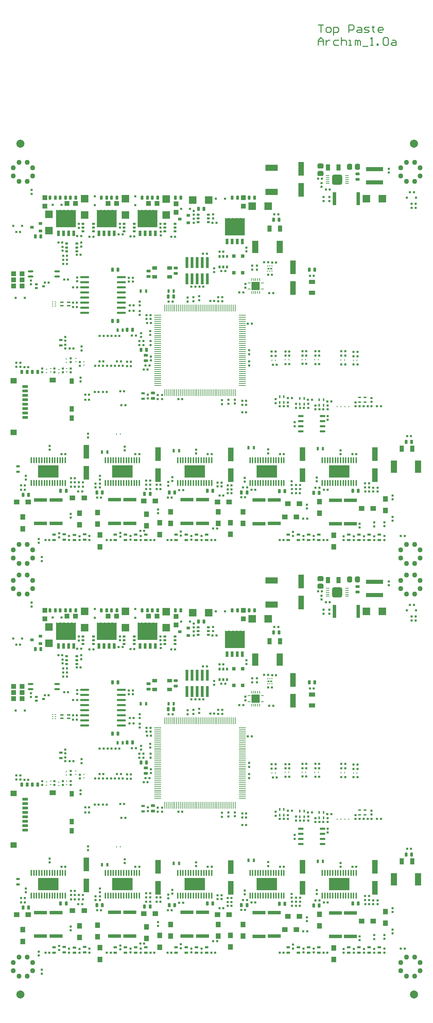
<source format=gtp>
G04 Layer_Color=8421504*
%FSLAX25Y25*%
%MOIN*%
G70*
G01*
G75*
G04:AMPARAMS|DCode=11|XSize=78.74mil|YSize=78.74mil|CornerRadius=39.37mil|HoleSize=0mil|Usage=FLASHONLY|Rotation=90.000|XOffset=0mil|YOffset=0mil|HoleType=Round|Shape=RoundedRectangle|*
%AMROUNDEDRECTD11*
21,1,0.07874,0.00000,0,0,90.0*
21,1,0.00000,0.07874,0,0,90.0*
1,1,0.07874,0.00000,0.00000*
1,1,0.07874,0.00000,0.00000*
1,1,0.07874,0.00000,0.00000*
1,1,0.07874,0.00000,0.00000*
%
%ADD11ROUNDEDRECTD11*%
%ADD12C,0.01000*%
%ADD29R,0.05905X0.04528*%
%ADD133C,0.05000*%
%ADD159R,0.01201X0.01024*%
%ADD160R,0.02359X0.01181*%
%ADD161O,0.05509X0.01965*%
G04:AMPARAMS|DCode=162|XSize=20mil|YSize=22mil|CornerRadius=3.4mil|HoleSize=0mil|Usage=FLASHONLY|Rotation=0.000|XOffset=0mil|YOffset=0mil|HoleType=Round|Shape=RoundedRectangle|*
%AMROUNDEDRECTD162*
21,1,0.02000,0.01520,0,0,0.0*
21,1,0.01320,0.02200,0,0,0.0*
1,1,0.00680,0.00660,-0.00760*
1,1,0.00680,-0.00660,-0.00760*
1,1,0.00680,-0.00660,0.00760*
1,1,0.00680,0.00660,0.00760*
%
%ADD162ROUNDEDRECTD162*%
%ADD163R,0.02950X0.01965*%
G04:AMPARAMS|DCode=164|XSize=20mil|YSize=22mil|CornerRadius=3.4mil|HoleSize=0mil|Usage=FLASHONLY|Rotation=270.000|XOffset=0mil|YOffset=0mil|HoleType=Round|Shape=RoundedRectangle|*
%AMROUNDEDRECTD164*
21,1,0.02000,0.01520,0,0,270.0*
21,1,0.01320,0.02200,0,0,270.0*
1,1,0.00680,-0.00760,-0.00660*
1,1,0.00680,-0.00760,0.00660*
1,1,0.00680,0.00760,0.00660*
1,1,0.00680,0.00760,-0.00660*
%
%ADD164ROUNDEDRECTD164*%
G04:AMPARAMS|DCode=165|XSize=27.13mil|YSize=37.37mil|CornerRadius=4.83mil|HoleSize=0mil|Usage=FLASHONLY|Rotation=0.000|XOffset=0mil|YOffset=0mil|HoleType=Round|Shape=RoundedRectangle|*
%AMROUNDEDRECTD165*
21,1,0.02713,0.02772,0,0,0.0*
21,1,0.01748,0.03737,0,0,0.0*
1,1,0.00965,0.00874,-0.01386*
1,1,0.00965,-0.00874,-0.01386*
1,1,0.00965,-0.00874,0.01386*
1,1,0.00965,0.00874,0.01386*
%
%ADD165ROUNDEDRECTD165*%
%ADD166R,0.03265X0.02438*%
%ADD167R,0.02438X0.03265*%
%ADD168R,0.01800X0.02600*%
%ADD169R,0.05312X0.13186*%
%ADD170R,0.12792X0.03343*%
%ADD171R,0.07871X0.07871*%
%ADD172O,0.02950X0.00902*%
%ADD173O,0.00902X0.02950*%
%ADD174R,0.06493X0.05312*%
%ADD175R,0.04328X0.05706*%
%ADD176R,0.05706X0.02950*%
%ADD177R,0.02200X0.02200*%
%ADD178R,0.03343X0.01375*%
%ADD179R,0.03737X0.03343*%
%ADD180R,0.03400X0.03000*%
%ADD181R,0.02200X0.02200*%
%ADD182R,0.02162X0.03146*%
%ADD183R,0.03146X0.02162*%
%ADD184R,0.04131X0.06493*%
%ADD185R,0.12400X0.06100*%
%ADD186R,0.06100X0.12400*%
G04:AMPARAMS|DCode=187|XSize=27.13mil|YSize=37.37mil|CornerRadius=4.83mil|HoleSize=0mil|Usage=FLASHONLY|Rotation=90.000|XOffset=0mil|YOffset=0mil|HoleType=Round|Shape=RoundedRectangle|*
%AMROUNDEDRECTD187*
21,1,0.02713,0.02772,0,0,90.0*
21,1,0.01748,0.03737,0,0,90.0*
1,1,0.00965,0.01386,0.00874*
1,1,0.00965,0.01386,-0.00874*
1,1,0.00965,-0.01386,-0.00874*
1,1,0.00965,-0.01386,0.00874*
%
%ADD187ROUNDEDRECTD187*%
%ADD188O,0.08855X0.02162*%
%ADD189O,0.06887X0.00981*%
%ADD190O,0.00981X0.06887*%
%ADD191R,0.00902X0.01375*%
%ADD192R,0.16532X0.04446*%
%ADD193R,0.03343X0.12792*%
%ADD194R,0.02753X0.10824*%
%ADD195O,0.05706X0.02162*%
%ADD196R,0.06493X0.04131*%
%ADD197R,0.02600X0.01800*%
%ADD198R,0.00984X0.01378*%
%ADD199R,0.01378X0.00984*%
%ADD200R,0.05312X0.04918*%
%ADD201R,0.04918X0.05312*%
%ADD202R,0.04524X0.03343*%
%ADD203R,0.04600X0.04600*%
%ADD204R,0.04600X0.04600*%
%ADD205R,0.07700X0.07700*%
%ADD206R,0.07700X0.07700*%
G04:AMPARAMS|DCode=207|XSize=50mil|YSize=58mil|CornerRadius=12mil|HoleSize=0mil|Usage=FLASHONLY|Rotation=180.000|XOffset=0mil|YOffset=0mil|HoleType=Round|Shape=RoundedRectangle|*
%AMROUNDEDRECTD207*
21,1,0.05000,0.03400,0,0,180.0*
21,1,0.02600,0.05800,0,0,180.0*
1,1,0.02400,-0.01300,0.01700*
1,1,0.02400,0.01300,0.01700*
1,1,0.02400,0.01300,-0.01700*
1,1,0.02400,-0.01300,-0.01700*
%
%ADD207ROUNDEDRECTD207*%
G04:AMPARAMS|DCode=208|XSize=50mil|YSize=58mil|CornerRadius=12mil|HoleSize=0mil|Usage=FLASHONLY|Rotation=90.000|XOffset=0mil|YOffset=0mil|HoleType=Round|Shape=RoundedRectangle|*
%AMROUNDEDRECTD208*
21,1,0.05000,0.03400,0,0,90.0*
21,1,0.02600,0.05800,0,0,90.0*
1,1,0.02400,0.01700,0.01300*
1,1,0.02400,0.01700,-0.01300*
1,1,0.02400,-0.01700,-0.01300*
1,1,0.02400,-0.01700,0.01300*
%
%ADD208ROUNDEDRECTD208*%
%ADD209R,0.20351X0.12005*%
%ADD210O,0.01178X0.06493*%
%ADD211R,0.19500X0.16800*%
%ADD212R,0.02600X0.05400*%
%ADD213R,0.03816X0.00981*%
G04:AMPARAMS|DCode=214|XSize=103mil|YSize=103mil|CornerRadius=25.25mil|HoleSize=0mil|Usage=FLASHONLY|Rotation=0.000|XOffset=0mil|YOffset=0mil|HoleType=Round|Shape=RoundedRectangle|*
%AMROUNDEDRECTD214*
21,1,0.10300,0.05250,0,0,0.0*
21,1,0.05250,0.10300,0,0,0.0*
1,1,0.05050,0.02625,-0.02625*
1,1,0.05050,-0.02625,-0.02625*
1,1,0.05050,-0.02625,0.02625*
1,1,0.05050,0.02625,0.02625*
%
%ADD214ROUNDEDRECTD214*%
G36*
X169194Y780496D02*
X168894Y780096D01*
X167394D01*
X166994Y780496D01*
Y782896D01*
X169194D01*
Y780496D01*
D02*
G37*
G36*
X165494D02*
X165094Y780096D01*
X163694D01*
X163294Y780496D01*
Y782896D01*
X165494D01*
Y780496D01*
D02*
G37*
G36*
X161706Y780396D02*
X161352Y780096D01*
X159856D01*
X159462Y780496D01*
Y782896D01*
X161706D01*
Y780396D01*
D02*
G37*
G36*
X157927D02*
X157572Y780096D01*
X156076D01*
X155683Y780496D01*
Y782896D01*
X157927D01*
Y780396D01*
D02*
G37*
G36*
X129094Y780496D02*
X128794Y780096D01*
X127294D01*
X126894Y780496D01*
Y782896D01*
X129094D01*
Y780496D01*
D02*
G37*
G36*
X125394D02*
X124994Y780096D01*
X123594D01*
X123194Y780496D01*
Y782896D01*
X125394D01*
Y780496D01*
D02*
G37*
G36*
X121606Y780396D02*
X121252Y780096D01*
X119756D01*
X119362Y780496D01*
Y782896D01*
X121606D01*
Y780396D01*
D02*
G37*
G36*
X117827D02*
X117472Y780096D01*
X115976D01*
X115583Y780496D01*
Y782896D01*
X117827D01*
Y780396D01*
D02*
G37*
G36*
X89243Y780496D02*
X88943Y780096D01*
X87443D01*
X87043Y780496D01*
Y782896D01*
X89243D01*
Y780496D01*
D02*
G37*
G36*
X85543D02*
X85143Y780096D01*
X83743D01*
X83343Y780496D01*
Y782896D01*
X85543D01*
Y780496D01*
D02*
G37*
G36*
X81756Y780396D02*
X81402Y780096D01*
X79905D01*
X79512Y780496D01*
Y782896D01*
X81756D01*
Y780396D01*
D02*
G37*
G36*
X77976D02*
X77622Y780096D01*
X76126D01*
X75732Y780496D01*
Y782896D01*
X77976D01*
Y780396D01*
D02*
G37*
G36*
X172194Y777696D02*
X171194D01*
Y782896D01*
X172194D01*
Y777696D01*
D02*
G37*
G36*
X153990D02*
X152887D01*
Y782896D01*
X153990D01*
Y777696D01*
D02*
G37*
G36*
X132094D02*
X131094D01*
Y782896D01*
X132094D01*
Y777696D01*
D02*
G37*
G36*
X113890D02*
X112787D01*
Y782896D01*
X113890D01*
Y777696D01*
D02*
G37*
G36*
X92243D02*
X91243D01*
Y782896D01*
X92243D01*
Y777696D01*
D02*
G37*
G36*
X74039D02*
X72937D01*
Y782896D01*
X74039D01*
Y777696D01*
D02*
G37*
G36*
X254743Y772496D02*
X254443Y772096D01*
X252943D01*
X252543Y772496D01*
Y774896D01*
X254743D01*
Y772496D01*
D02*
G37*
G36*
X251043D02*
X250643Y772096D01*
X249243D01*
X248843Y772496D01*
Y774896D01*
X251043D01*
Y772496D01*
D02*
G37*
G36*
X247256Y772396D02*
X246902Y772096D01*
X245406D01*
X245012Y772496D01*
Y774896D01*
X247256D01*
Y772396D01*
D02*
G37*
G36*
X243476D02*
X243122Y772096D01*
X241626D01*
X241232Y772496D01*
Y774896D01*
X243476D01*
Y772396D01*
D02*
G37*
G36*
X257743Y769696D02*
X256743D01*
Y774896D01*
X257743D01*
Y769696D01*
D02*
G37*
G36*
X239539D02*
X238437D01*
Y774896D01*
X239539D01*
Y769696D01*
D02*
G37*
G36*
X168494Y766317D02*
X167194D01*
Y766789D01*
X167594Y767222D01*
X168494D01*
Y766317D01*
D02*
G37*
G36*
X165494Y766828D02*
Y766317D01*
X163394D01*
Y766828D01*
X163794Y767183D01*
X165194D01*
X165494Y766828D01*
D02*
G37*
G36*
X161706D02*
Y766317D01*
X159580D01*
Y766828D01*
X159935Y767183D01*
X161352D01*
X161706Y766828D01*
D02*
G37*
G36*
X157966Y766789D02*
Y766317D01*
X156549D01*
Y767222D01*
X157533D01*
X157966Y766789D01*
D02*
G37*
G36*
X128394Y766317D02*
X127094D01*
Y766789D01*
X127494Y767222D01*
X128394D01*
Y766317D01*
D02*
G37*
G36*
X125394Y766828D02*
Y766317D01*
X123294D01*
Y766828D01*
X123694Y767183D01*
X125094D01*
X125394Y766828D01*
D02*
G37*
G36*
X121606D02*
Y766317D01*
X119480D01*
Y766828D01*
X119835Y767183D01*
X121252D01*
X121606Y766828D01*
D02*
G37*
G36*
X117866Y766789D02*
Y766317D01*
X116449D01*
Y767222D01*
X117433D01*
X117866Y766789D01*
D02*
G37*
G36*
X88543Y766317D02*
X87243D01*
Y766789D01*
X87643Y767222D01*
X88543D01*
Y766317D01*
D02*
G37*
G36*
X85543Y766828D02*
Y766317D01*
X83443D01*
Y766828D01*
X83843Y767183D01*
X85243D01*
X85543Y766828D01*
D02*
G37*
G36*
X81756D02*
Y766317D01*
X79630D01*
Y766828D01*
X79984Y767183D01*
X81402D01*
X81756Y766828D01*
D02*
G37*
G36*
X78016Y766789D02*
Y766317D01*
X76598D01*
Y767222D01*
X77583D01*
X78016Y766789D01*
D02*
G37*
G36*
X254043Y758317D02*
X252743D01*
Y758789D01*
X253143Y759222D01*
X254043D01*
Y758317D01*
D02*
G37*
G36*
X251043Y758828D02*
Y758317D01*
X248943D01*
Y758828D01*
X249343Y759183D01*
X250743D01*
X251043Y758828D01*
D02*
G37*
G36*
X247256D02*
Y758317D01*
X245130D01*
Y758828D01*
X245484Y759183D01*
X246902D01*
X247256Y758828D01*
D02*
G37*
G36*
X243516Y758789D02*
Y758317D01*
X242098D01*
Y759222D01*
X243083D01*
X243516Y758789D01*
D02*
G37*
G36*
X169194Y375496D02*
X168894Y375096D01*
X167394D01*
X166994Y375496D01*
Y377896D01*
X169194D01*
Y375496D01*
D02*
G37*
G36*
X165494D02*
X165094Y375096D01*
X163694D01*
X163294Y375496D01*
Y377896D01*
X165494D01*
Y375496D01*
D02*
G37*
G36*
X161706Y375396D02*
X161352Y375096D01*
X159856D01*
X159462Y375496D01*
Y377896D01*
X161706D01*
Y375396D01*
D02*
G37*
G36*
X157927D02*
X157572Y375096D01*
X156076D01*
X155683Y375496D01*
Y377896D01*
X157927D01*
Y375396D01*
D02*
G37*
G36*
X129094Y375496D02*
X128794Y375096D01*
X127294D01*
X126894Y375496D01*
Y377896D01*
X129094D01*
Y375496D01*
D02*
G37*
G36*
X125394D02*
X124994Y375096D01*
X123594D01*
X123194Y375496D01*
Y377896D01*
X125394D01*
Y375496D01*
D02*
G37*
G36*
X121606Y375396D02*
X121252Y375096D01*
X119756D01*
X119362Y375496D01*
Y377896D01*
X121606D01*
Y375396D01*
D02*
G37*
G36*
X117827D02*
X117472Y375096D01*
X115976D01*
X115583Y375496D01*
Y377896D01*
X117827D01*
Y375396D01*
D02*
G37*
G36*
X89243Y375496D02*
X88943Y375096D01*
X87443D01*
X87043Y375496D01*
Y377896D01*
X89243D01*
Y375496D01*
D02*
G37*
G36*
X85543D02*
X85143Y375096D01*
X83743D01*
X83343Y375496D01*
Y377896D01*
X85543D01*
Y375496D01*
D02*
G37*
G36*
X81756Y375396D02*
X81402Y375096D01*
X79905D01*
X79512Y375496D01*
Y377896D01*
X81756D01*
Y375396D01*
D02*
G37*
G36*
X77976D02*
X77622Y375096D01*
X76126D01*
X75732Y375496D01*
Y377896D01*
X77976D01*
Y375396D01*
D02*
G37*
G36*
X172194Y372696D02*
X171194D01*
Y377896D01*
X172194D01*
Y372696D01*
D02*
G37*
G36*
X153990D02*
X152887D01*
Y377896D01*
X153990D01*
Y372696D01*
D02*
G37*
G36*
X132094D02*
X131094D01*
Y377896D01*
X132094D01*
Y372696D01*
D02*
G37*
G36*
X113890D02*
X112787D01*
Y377896D01*
X113890D01*
Y372696D01*
D02*
G37*
G36*
X92243D02*
X91243D01*
Y377896D01*
X92243D01*
Y372696D01*
D02*
G37*
G36*
X74039D02*
X72937D01*
Y377896D01*
X74039D01*
Y372696D01*
D02*
G37*
G36*
X254743Y367496D02*
X254443Y367096D01*
X252943D01*
X252543Y367496D01*
Y369896D01*
X254743D01*
Y367496D01*
D02*
G37*
G36*
X251043D02*
X250643Y367096D01*
X249243D01*
X248843Y367496D01*
Y369896D01*
X251043D01*
Y367496D01*
D02*
G37*
G36*
X247256Y367396D02*
X246902Y367096D01*
X245406D01*
X245012Y367496D01*
Y369896D01*
X247256D01*
Y367396D01*
D02*
G37*
G36*
X243476D02*
X243122Y367096D01*
X241626D01*
X241232Y367496D01*
Y369896D01*
X243476D01*
Y367396D01*
D02*
G37*
G36*
X257743Y364696D02*
X256743D01*
Y369896D01*
X257743D01*
Y364696D01*
D02*
G37*
G36*
X239539D02*
X238437D01*
Y369896D01*
X239539D01*
Y364696D01*
D02*
G37*
G36*
X168494Y361317D02*
X167194D01*
Y361789D01*
X167594Y362222D01*
X168494D01*
Y361317D01*
D02*
G37*
G36*
X165494Y361828D02*
Y361317D01*
X163394D01*
Y361828D01*
X163794Y362183D01*
X165194D01*
X165494Y361828D01*
D02*
G37*
G36*
X161706D02*
Y361317D01*
X159580D01*
Y361828D01*
X159935Y362183D01*
X161352D01*
X161706Y361828D01*
D02*
G37*
G36*
X157966Y361789D02*
Y361317D01*
X156549D01*
Y362222D01*
X157533D01*
X157966Y361789D01*
D02*
G37*
G36*
X128394Y361317D02*
X127094D01*
Y361789D01*
X127494Y362222D01*
X128394D01*
Y361317D01*
D02*
G37*
G36*
X125394Y361828D02*
Y361317D01*
X123294D01*
Y361828D01*
X123694Y362183D01*
X125094D01*
X125394Y361828D01*
D02*
G37*
G36*
X121606D02*
Y361317D01*
X119480D01*
Y361828D01*
X119835Y362183D01*
X121252D01*
X121606Y361828D01*
D02*
G37*
G36*
X117866Y361789D02*
Y361317D01*
X116449D01*
Y362222D01*
X117433D01*
X117866Y361789D01*
D02*
G37*
G36*
X88543Y361317D02*
X87243D01*
Y361789D01*
X87643Y362222D01*
X88543D01*
Y361317D01*
D02*
G37*
G36*
X85543Y361828D02*
Y361317D01*
X83443D01*
Y361828D01*
X83843Y362183D01*
X85243D01*
X85543Y361828D01*
D02*
G37*
G36*
X81756D02*
Y361317D01*
X79630D01*
Y361828D01*
X79984Y362183D01*
X81402D01*
X81756Y361828D01*
D02*
G37*
G36*
X78016Y361789D02*
Y361317D01*
X76598D01*
Y362222D01*
X77583D01*
X78016Y361789D01*
D02*
G37*
G36*
X254043Y353317D02*
X252743D01*
Y353789D01*
X253143Y354222D01*
X254043D01*
Y353317D01*
D02*
G37*
G36*
X251043Y353829D02*
Y353317D01*
X248943D01*
Y353829D01*
X249343Y354183D01*
X250743D01*
X251043Y353829D01*
D02*
G37*
G36*
X247256D02*
Y353317D01*
X245130D01*
Y353829D01*
X245484Y354183D01*
X246902D01*
X247256Y353829D01*
D02*
G37*
G36*
X243516Y353789D02*
Y353317D01*
X242098D01*
Y354222D01*
X243083D01*
X243516Y353789D01*
D02*
G37*
G54D11*
X37894Y847974D02*
D03*
X423780D02*
D03*
Y13189D02*
D03*
X37894Y12894D02*
D03*
G54D12*
X329869Y944840D02*
Y949838D01*
X332369Y952337D01*
X334868Y949838D01*
Y944840D01*
Y948589D01*
X329869D01*
X337367Y949838D02*
Y944840D01*
Y947339D01*
X338617Y948589D01*
X339866Y949838D01*
X341116D01*
X349863D02*
X346114D01*
X344865Y948589D01*
Y946089D01*
X346114Y944840D01*
X349863D01*
X352362Y952337D02*
Y944840D01*
Y948589D01*
X353612Y949838D01*
X356111D01*
X357361Y948589D01*
Y944840D01*
X359860D02*
X362359D01*
X361109D01*
Y949838D01*
X359860D01*
X366108Y944840D02*
Y949838D01*
X367357D01*
X368607Y948589D01*
Y944840D01*
Y948589D01*
X369857Y949838D01*
X371106Y948589D01*
Y944840D01*
X373605Y943590D02*
X378604D01*
X381103Y944840D02*
X383602D01*
X382352D01*
Y952337D01*
X381103Y951088D01*
X387351Y944840D02*
Y946089D01*
X388600D01*
Y944840D01*
X387351D01*
X393599Y951088D02*
X394848Y952337D01*
X397348D01*
X398597Y951088D01*
Y946089D01*
X397348Y944840D01*
X394848D01*
X393599Y946089D01*
Y951088D01*
X402346Y949838D02*
X404845D01*
X406095Y948589D01*
Y944840D01*
X402346D01*
X401096Y946089D01*
X402346Y947339D01*
X406095D01*
X329869Y964837D02*
X334868D01*
X332369D01*
Y957340D01*
X338617D02*
X341116D01*
X342365Y958589D01*
Y961089D01*
X341116Y962338D01*
X338617D01*
X337367Y961089D01*
Y958589D01*
X338617Y957340D01*
X344865Y954841D02*
Y962338D01*
X348613D01*
X349863Y961089D01*
Y958589D01*
X348613Y957340D01*
X344865D01*
X359860D02*
Y964837D01*
X363609D01*
X364858Y963588D01*
Y961089D01*
X363609Y959839D01*
X359860D01*
X368607Y962338D02*
X371106D01*
X372356Y961089D01*
Y957340D01*
X368607D01*
X367357Y958589D01*
X368607Y959839D01*
X372356D01*
X374855Y957340D02*
X378604D01*
X379853Y958589D01*
X378604Y959839D01*
X376104D01*
X374855Y961089D01*
X376104Y962338D01*
X379853D01*
X383602Y963588D02*
Y962338D01*
X382352D01*
X384852D01*
X383602D01*
Y958589D01*
X384852Y957340D01*
X392349D02*
X389850D01*
X388600Y958589D01*
Y961089D01*
X389850Y962338D01*
X392349D01*
X393599Y961089D01*
Y959839D01*
X388600D01*
G54D29*
X69539Y210879D02*
D03*
Y615879D02*
D03*
G54D133*
X44331Y405945D02*
D03*
X36457D02*
D03*
X30945Y411457D02*
D03*
Y419331D02*
D03*
X36457Y424843D02*
D03*
X44331D02*
D03*
X49843Y419331D02*
D03*
Y411457D02*
D03*
X424331Y405945D02*
D03*
X416457D02*
D03*
X410945Y411457D02*
D03*
Y419331D02*
D03*
X416457Y424843D02*
D03*
X424331D02*
D03*
X429843Y419331D02*
D03*
Y411457D02*
D03*
X44331Y30945D02*
D03*
X36457D02*
D03*
X30945Y36457D02*
D03*
Y44331D02*
D03*
X36457Y49843D02*
D03*
X44331D02*
D03*
X49843Y44331D02*
D03*
Y36457D02*
D03*
X424331Y30945D02*
D03*
X416457D02*
D03*
X410945Y36457D02*
D03*
Y44331D02*
D03*
X416457Y49843D02*
D03*
X424331D02*
D03*
X429843Y44331D02*
D03*
Y36457D02*
D03*
X44331Y810945D02*
D03*
X36457D02*
D03*
X30945Y816457D02*
D03*
Y824331D02*
D03*
X36457Y829842D02*
D03*
X44331D02*
D03*
X49843Y824331D02*
D03*
Y816457D02*
D03*
X424331Y810945D02*
D03*
X416457D02*
D03*
X410945Y816457D02*
D03*
Y824331D02*
D03*
X416457Y829842D02*
D03*
X424331D02*
D03*
X429843Y824331D02*
D03*
Y816457D02*
D03*
X44331Y435945D02*
D03*
X36457D02*
D03*
X30945Y441457D02*
D03*
Y449331D02*
D03*
X36457Y454843D02*
D03*
X44331D02*
D03*
X49843Y449331D02*
D03*
Y441457D02*
D03*
X424331Y435945D02*
D03*
X416457D02*
D03*
X410945Y441457D02*
D03*
Y449331D02*
D03*
X416457Y454843D02*
D03*
X424331D02*
D03*
X429843Y449331D02*
D03*
Y441457D02*
D03*
G54D159*
X72020Y287643D02*
D03*
X72021Y285675D02*
D03*
Y283706D02*
D03*
X69365Y283706D02*
D03*
Y285675D02*
D03*
X69365Y287643D02*
D03*
X72020Y692643D02*
D03*
X72021Y690675D02*
D03*
Y688706D02*
D03*
X69365Y688706D02*
D03*
Y690675D02*
D03*
X69365Y692643D02*
D03*
G54D160*
X281079Y320454D02*
D03*
X283838D02*
D03*
X281079Y725454D02*
D03*
X283838D02*
D03*
G54D161*
X73736Y312755D02*
D03*
Y317755D02*
D03*
X47948Y312755D02*
D03*
Y317755D02*
D03*
X73736Y717755D02*
D03*
Y722755D02*
D03*
X47948Y717755D02*
D03*
Y722755D02*
D03*
G54D162*
X61760Y306808D02*
D03*
X65550D02*
D03*
X84497Y309658D02*
D03*
X80707D02*
D03*
X110788Y199489D02*
D03*
X114577D02*
D03*
X118671Y199457D02*
D03*
X122460D02*
D03*
X135635Y199936D02*
D03*
X139425D02*
D03*
X146161Y224824D02*
D03*
X142372D02*
D03*
X134494Y224994D02*
D03*
X138284D02*
D03*
X130437Y224916D02*
D03*
X126647D02*
D03*
X118838Y225028D02*
D03*
X122628D02*
D03*
X119287Y229347D02*
D03*
X115498D02*
D03*
X114793Y225003D02*
D03*
X111003D02*
D03*
X115512Y254541D02*
D03*
X119302D02*
D03*
X127109Y254453D02*
D03*
X123319D02*
D03*
X134951Y254454D02*
D03*
X131161D02*
D03*
X147242Y254548D02*
D03*
X151031D02*
D03*
X196441Y192407D02*
D03*
X192652D02*
D03*
X220698Y335001D02*
D03*
X216928D02*
D03*
X260929Y266224D02*
D03*
X264719D02*
D03*
X318096Y235148D02*
D03*
X314326D02*
D03*
X330794Y235042D02*
D03*
X327024D02*
D03*
X356340Y234983D02*
D03*
X352570D02*
D03*
X364545Y238610D02*
D03*
X368335D02*
D03*
X368323Y234468D02*
D03*
X364553D02*
D03*
X364523Y226442D02*
D03*
X368313D02*
D03*
X342704Y190163D02*
D03*
X338914D02*
D03*
X331067Y182347D02*
D03*
X334857D02*
D03*
X323723Y191592D02*
D03*
X319933D02*
D03*
X312131Y183782D02*
D03*
X315921D02*
D03*
X292294Y185394D02*
D03*
X296083D02*
D03*
X379884Y101794D02*
D03*
X376094D02*
D03*
X367094Y138294D02*
D03*
X363324D02*
D03*
X335316Y103394D02*
D03*
X339106D02*
D03*
X327194Y105294D02*
D03*
X330964D02*
D03*
X296194Y138294D02*
D03*
X292424D02*
D03*
X311784Y100094D02*
D03*
X307994D02*
D03*
X315194Y75194D02*
D03*
X318964D02*
D03*
X338894Y54094D02*
D03*
X335124D02*
D03*
X292094Y54194D02*
D03*
X295864D02*
D03*
X260084Y105794D02*
D03*
X256294D02*
D03*
X268194Y103294D02*
D03*
X264424D02*
D03*
X254394Y95994D02*
D03*
X258164D02*
D03*
X236794Y97594D02*
D03*
X233024D02*
D03*
X182494Y95794D02*
D03*
X186264D02*
D03*
X230694Y65494D02*
D03*
X226924D02*
D03*
X228794Y54094D02*
D03*
X225024D02*
D03*
X182094D02*
D03*
X185864D02*
D03*
X154394Y138294D02*
D03*
X150624D02*
D03*
X161194Y112394D02*
D03*
X164964D02*
D03*
X164983Y108294D02*
D03*
X161194D02*
D03*
X175284D02*
D03*
X171494D02*
D03*
Y104194D02*
D03*
X175264D02*
D03*
X164983D02*
D03*
X161194D02*
D03*
X159294Y63094D02*
D03*
X155524D02*
D03*
X169257Y54169D02*
D03*
X165487D02*
D03*
X42283Y103494D02*
D03*
X38494D02*
D03*
X91184Y106494D02*
D03*
X87394D02*
D03*
X91184Y110594D02*
D03*
X87394D02*
D03*
X98984D02*
D03*
X95194D02*
D03*
X87394Y114694D02*
D03*
X91164D02*
D03*
X122594Y54194D02*
D03*
X126364D02*
D03*
X112994Y95694D02*
D03*
X116764D02*
D03*
X98364Y101694D02*
D03*
X94594D02*
D03*
X81794Y138294D02*
D03*
X78024D02*
D03*
X38494Y107594D02*
D03*
X42264D02*
D03*
X95194Y106494D02*
D03*
X98964D02*
D03*
X62524Y53994D02*
D03*
X66294D02*
D03*
X205563Y302555D02*
D03*
X209353D02*
D03*
X217165Y302647D02*
D03*
X213375D02*
D03*
X284264Y238948D02*
D03*
X288054D02*
D03*
X234903Y317941D02*
D03*
X238673D02*
D03*
X189613Y351694D02*
D03*
X185843D02*
D03*
X145728Y351969D02*
D03*
X149498D02*
D03*
X109341Y351870D02*
D03*
X105571D02*
D03*
X244864Y103694D02*
D03*
X241094D02*
D03*
X41670Y223875D02*
D03*
X45440D02*
D03*
X290664Y373794D02*
D03*
X286894D02*
D03*
X33921Y223899D02*
D03*
X37711D02*
D03*
Y227899D02*
D03*
X33941D02*
D03*
X241094Y107736D02*
D03*
X244883D02*
D03*
X244864Y99894D02*
D03*
X241094D02*
D03*
X225394Y138294D02*
D03*
X221624D02*
D03*
X197336Y103094D02*
D03*
X193566D02*
D03*
X230064Y365394D02*
D03*
X226294D02*
D03*
X93118Y334081D02*
D03*
X96888D02*
D03*
X318101Y226908D02*
D03*
X314311D02*
D03*
X330781Y226754D02*
D03*
X326991D02*
D03*
X356297Y226439D02*
D03*
X352508D02*
D03*
X75094Y345994D02*
D03*
X78883D02*
D03*
X285467Y225996D02*
D03*
X289257D02*
D03*
X301610Y239153D02*
D03*
X297820D02*
D03*
X297799Y226575D02*
D03*
X301589D02*
D03*
X281958Y296358D02*
D03*
X285748D02*
D03*
X233104Y336994D02*
D03*
X236894D02*
D03*
X280664Y326594D02*
D03*
X276894D02*
D03*
X186994Y288194D02*
D03*
X183224D02*
D03*
X164364Y225494D02*
D03*
X160594D02*
D03*
X224094Y288594D02*
D03*
X227864D02*
D03*
X162464Y221394D02*
D03*
X158694D02*
D03*
X93364Y301994D02*
D03*
X89594D02*
D03*
X161994Y266994D02*
D03*
X165764D02*
D03*
X144894Y278894D02*
D03*
X148684D02*
D03*
X148784Y284394D02*
D03*
X144994D02*
D03*
X89494Y287094D02*
D03*
X93283D02*
D03*
X93283Y282694D02*
D03*
X89494D02*
D03*
X337355Y397936D02*
D03*
X341125D02*
D03*
X83526Y333084D02*
D03*
X79737D02*
D03*
X329725Y408736D02*
D03*
X333515D02*
D03*
X284262Y234870D02*
D03*
X288032D02*
D03*
X301606Y235109D02*
D03*
X297836D02*
D03*
X89811Y241979D02*
D03*
X86021D02*
D03*
X93597Y352486D02*
D03*
X97387D02*
D03*
X138025Y353949D02*
D03*
X134235D02*
D03*
X280694Y314294D02*
D03*
X284464D02*
D03*
X83499Y329094D02*
D03*
X79709D02*
D03*
X79708Y324988D02*
D03*
X83498D02*
D03*
X356336Y239216D02*
D03*
X352546D02*
D03*
X330806Y239222D02*
D03*
X327016D02*
D03*
X321824Y313394D02*
D03*
X325594D02*
D03*
X417004Y156146D02*
D03*
X420774D02*
D03*
X136840Y186447D02*
D03*
X140630D02*
D03*
X252561Y297177D02*
D03*
X256351D02*
D03*
X303994Y193294D02*
D03*
X300204D02*
D03*
X318113Y239282D02*
D03*
X314323D02*
D03*
X425315Y384060D02*
D03*
X421545D02*
D03*
X421555Y380060D02*
D03*
X425345D02*
D03*
X414694Y58194D02*
D03*
X410904D02*
D03*
X419862Y395457D02*
D03*
X423652D02*
D03*
X33804Y356494D02*
D03*
X37594D02*
D03*
X255389Y179340D02*
D03*
X259178D02*
D03*
X255418Y190793D02*
D03*
X259207D02*
D03*
X255409Y186819D02*
D03*
X259198D02*
D03*
X370572Y185424D02*
D03*
X374361D02*
D03*
X378433Y185432D02*
D03*
X382223D02*
D03*
X391323Y185435D02*
D03*
X387554D02*
D03*
X105066Y196846D02*
D03*
X101296D02*
D03*
X105099Y191671D02*
D03*
X101310D02*
D03*
X136301Y229362D02*
D03*
X132511D02*
D03*
X146194Y229194D02*
D03*
X142404D02*
D03*
X288594Y326494D02*
D03*
X284824D02*
D03*
X61760Y711808D02*
D03*
X65550D02*
D03*
X84497Y714657D02*
D03*
X80707D02*
D03*
X110788Y604489D02*
D03*
X114577D02*
D03*
X118671Y604457D02*
D03*
X122460D02*
D03*
X135635Y604936D02*
D03*
X139425D02*
D03*
X146161Y629824D02*
D03*
X142372D02*
D03*
X134494Y629994D02*
D03*
X138284D02*
D03*
X130437Y629916D02*
D03*
X126647D02*
D03*
X118838Y630028D02*
D03*
X122628D02*
D03*
X119287Y634347D02*
D03*
X115498D02*
D03*
X114793Y630003D02*
D03*
X111003D02*
D03*
X115512Y659541D02*
D03*
X119302D02*
D03*
X127109Y659453D02*
D03*
X123319D02*
D03*
X134951Y659454D02*
D03*
X131161D02*
D03*
X147242Y659548D02*
D03*
X151031D02*
D03*
X196441Y597407D02*
D03*
X192652D02*
D03*
X220698Y740001D02*
D03*
X216928D02*
D03*
X260929Y671224D02*
D03*
X264719D02*
D03*
X318096Y640148D02*
D03*
X314326D02*
D03*
X330794Y640042D02*
D03*
X327024D02*
D03*
X356340Y639983D02*
D03*
X352570D02*
D03*
X364545Y643610D02*
D03*
X368335D02*
D03*
X368323Y639468D02*
D03*
X364553D02*
D03*
X364523Y631442D02*
D03*
X368313D02*
D03*
X342704Y595163D02*
D03*
X338914D02*
D03*
X331067Y587347D02*
D03*
X334857D02*
D03*
X323723Y596592D02*
D03*
X319933D02*
D03*
X312131Y588782D02*
D03*
X315921D02*
D03*
X292294Y590394D02*
D03*
X296083D02*
D03*
X379884Y506794D02*
D03*
X376094D02*
D03*
X367094Y543294D02*
D03*
X363324D02*
D03*
X335316Y508394D02*
D03*
X339106D02*
D03*
X327194Y510294D02*
D03*
X330964D02*
D03*
X296194Y543294D02*
D03*
X292424D02*
D03*
X311784Y505094D02*
D03*
X307994D02*
D03*
X315194Y480194D02*
D03*
X318964D02*
D03*
X338894Y459094D02*
D03*
X335124D02*
D03*
X292094Y459194D02*
D03*
X295864D02*
D03*
X260084Y510794D02*
D03*
X256294D02*
D03*
X268194Y508294D02*
D03*
X264424D02*
D03*
X254394Y500994D02*
D03*
X258164D02*
D03*
X236794Y502594D02*
D03*
X233024D02*
D03*
X182494Y500794D02*
D03*
X186264D02*
D03*
X230694Y470494D02*
D03*
X226924D02*
D03*
X228794Y459094D02*
D03*
X225024D02*
D03*
X182094D02*
D03*
X185864D02*
D03*
X154394Y543294D02*
D03*
X150624D02*
D03*
X161194Y517394D02*
D03*
X164964D02*
D03*
X164983Y513294D02*
D03*
X161194D02*
D03*
X175284D02*
D03*
X171494D02*
D03*
Y509194D02*
D03*
X175264D02*
D03*
X164983D02*
D03*
X161194D02*
D03*
X159294Y468094D02*
D03*
X155524D02*
D03*
X169257Y459169D02*
D03*
X165487D02*
D03*
X42283Y508494D02*
D03*
X38494D02*
D03*
X91184Y511494D02*
D03*
X87394D02*
D03*
X91184Y515594D02*
D03*
X87394D02*
D03*
X98984D02*
D03*
X95194D02*
D03*
X87394Y519694D02*
D03*
X91164D02*
D03*
X122594Y459194D02*
D03*
X126364D02*
D03*
X112994Y500694D02*
D03*
X116764D02*
D03*
X98364Y506694D02*
D03*
X94594D02*
D03*
X81794Y543294D02*
D03*
X78024D02*
D03*
X38494Y512594D02*
D03*
X42264D02*
D03*
X95194Y511494D02*
D03*
X98964D02*
D03*
X62524Y458994D02*
D03*
X66294D02*
D03*
X205563Y707555D02*
D03*
X209353D02*
D03*
X217165Y707648D02*
D03*
X213375D02*
D03*
X284264Y643948D02*
D03*
X288054D02*
D03*
X234903Y722941D02*
D03*
X238673D02*
D03*
X189613Y756694D02*
D03*
X185843D02*
D03*
X145728Y756968D02*
D03*
X149498D02*
D03*
X109341Y756870D02*
D03*
X105571D02*
D03*
X244864Y508694D02*
D03*
X241094D02*
D03*
X41670Y628875D02*
D03*
X45440D02*
D03*
X290664Y778794D02*
D03*
X286894D02*
D03*
X33921Y628899D02*
D03*
X37711D02*
D03*
Y632899D02*
D03*
X33941D02*
D03*
X241094Y512736D02*
D03*
X244883D02*
D03*
X244864Y504894D02*
D03*
X241094D02*
D03*
X225394Y543294D02*
D03*
X221624D02*
D03*
X197336Y508094D02*
D03*
X193566D02*
D03*
X230064Y770394D02*
D03*
X226294D02*
D03*
X93118Y739081D02*
D03*
X96888D02*
D03*
X318101Y631908D02*
D03*
X314311D02*
D03*
X330781Y631754D02*
D03*
X326991D02*
D03*
X356297Y631439D02*
D03*
X352508D02*
D03*
X75094Y750994D02*
D03*
X78883D02*
D03*
X285467Y630996D02*
D03*
X289257D02*
D03*
X301610Y644153D02*
D03*
X297820D02*
D03*
X297799Y631575D02*
D03*
X301589D02*
D03*
X281958Y701358D02*
D03*
X285748D02*
D03*
X233104Y741994D02*
D03*
X236894D02*
D03*
X280664Y731594D02*
D03*
X276894D02*
D03*
X186994Y693194D02*
D03*
X183224D02*
D03*
X164364Y630494D02*
D03*
X160594D02*
D03*
X224094Y693594D02*
D03*
X227864D02*
D03*
X162464Y626394D02*
D03*
X158694D02*
D03*
X93364Y706994D02*
D03*
X89594D02*
D03*
X161994Y671994D02*
D03*
X165764D02*
D03*
X144894Y683894D02*
D03*
X148684D02*
D03*
X148784Y689394D02*
D03*
X144994D02*
D03*
X89494Y692094D02*
D03*
X93283D02*
D03*
X93283Y687694D02*
D03*
X89494D02*
D03*
X337355Y802936D02*
D03*
X341125D02*
D03*
X83526Y738084D02*
D03*
X79737D02*
D03*
X329725Y813736D02*
D03*
X333515D02*
D03*
X284262Y639870D02*
D03*
X288032D02*
D03*
X301606Y640109D02*
D03*
X297836D02*
D03*
X89811Y646979D02*
D03*
X86021D02*
D03*
X93597Y757486D02*
D03*
X97387D02*
D03*
X138025Y758949D02*
D03*
X134235D02*
D03*
X280694Y719294D02*
D03*
X284464D02*
D03*
X83499Y734094D02*
D03*
X79709D02*
D03*
X79708Y729988D02*
D03*
X83498D02*
D03*
X356336Y644216D02*
D03*
X352546D02*
D03*
X330806Y644222D02*
D03*
X327016D02*
D03*
X321824Y718394D02*
D03*
X325594D02*
D03*
X417004Y561146D02*
D03*
X420774D02*
D03*
X136840Y591447D02*
D03*
X140630D02*
D03*
X252561Y702177D02*
D03*
X256351D02*
D03*
X303994Y598294D02*
D03*
X300204D02*
D03*
X318113Y644281D02*
D03*
X314323D02*
D03*
X425315Y789059D02*
D03*
X421545D02*
D03*
X421555Y785059D02*
D03*
X425345D02*
D03*
X414694Y463194D02*
D03*
X410904D02*
D03*
X419862Y800457D02*
D03*
X423652D02*
D03*
X33804Y761494D02*
D03*
X37594D02*
D03*
X255389Y584340D02*
D03*
X259178D02*
D03*
X255418Y595793D02*
D03*
X259207D02*
D03*
X255409Y591819D02*
D03*
X259198D02*
D03*
X370572Y590424D02*
D03*
X374361D02*
D03*
X378433Y590432D02*
D03*
X382223D02*
D03*
X391323Y590436D02*
D03*
X387554D02*
D03*
X105066Y601847D02*
D03*
X101296D02*
D03*
X105099Y596671D02*
D03*
X101310D02*
D03*
X136301Y634362D02*
D03*
X132511D02*
D03*
X146194Y634194D02*
D03*
X142404D02*
D03*
X288594Y731494D02*
D03*
X284824D02*
D03*
G54D163*
X53355Y305167D02*
D03*
Y301230D02*
D03*
X60441Y303199D02*
D03*
X53355Y710167D02*
D03*
Y706230D02*
D03*
X60441Y708199D02*
D03*
G54D164*
X47961Y308862D02*
D03*
Y305072D02*
D03*
X154374Y245485D02*
D03*
Y249275D02*
D03*
X104083Y154714D02*
D03*
Y158484D02*
D03*
X235349Y191266D02*
D03*
Y187476D02*
D03*
X207549Y292262D02*
D03*
Y288472D02*
D03*
X213269Y293281D02*
D03*
Y289491D02*
D03*
X366525Y189206D02*
D03*
Y185436D02*
D03*
X339003Y182356D02*
D03*
Y186146D02*
D03*
X327043Y186152D02*
D03*
Y182382D02*
D03*
X308094Y187594D02*
D03*
Y183824D02*
D03*
X300294Y185394D02*
D03*
Y189183D02*
D03*
X328594Y115494D02*
D03*
Y111724D02*
D03*
X387994Y105483D02*
D03*
Y101694D02*
D03*
X383894D02*
D03*
Y105464D02*
D03*
X379794Y105794D02*
D03*
Y109564D02*
D03*
X375694Y109583D02*
D03*
Y105794D02*
D03*
X351766Y138276D02*
D03*
Y142066D02*
D03*
X402694Y93924D02*
D03*
Y97694D02*
D03*
Y72924D02*
D03*
Y76694D02*
D03*
X384894Y71294D02*
D03*
Y67524D02*
D03*
X394894Y71394D02*
D03*
Y67624D02*
D03*
Y57894D02*
D03*
Y54124D02*
D03*
X384894Y57794D02*
D03*
Y54024D02*
D03*
X374894Y57794D02*
D03*
Y54024D02*
D03*
X370494Y70094D02*
D03*
Y66324D02*
D03*
X364894Y57794D02*
D03*
Y54024D02*
D03*
X354894Y54094D02*
D03*
Y57864D02*
D03*
X312194Y107894D02*
D03*
Y104124D02*
D03*
X307994Y107884D02*
D03*
Y104094D02*
D03*
X303894Y111683D02*
D03*
Y107894D02*
D03*
X280880Y139190D02*
D03*
Y142980D02*
D03*
X303994Y103894D02*
D03*
Y100124D02*
D03*
X318794Y88794D02*
D03*
Y85024D02*
D03*
X325394Y57994D02*
D03*
Y54224D02*
D03*
X315394Y57994D02*
D03*
Y54224D02*
D03*
X305294Y58194D02*
D03*
Y61964D02*
D03*
X257794Y114994D02*
D03*
Y111224D02*
D03*
X186894Y115694D02*
D03*
Y111924D02*
D03*
X215394Y57894D02*
D03*
Y54124D02*
D03*
X205394Y57994D02*
D03*
Y54224D02*
D03*
X195294Y58494D02*
D03*
Y62264D02*
D03*
X115694Y117164D02*
D03*
Y113394D02*
D03*
Y109394D02*
D03*
Y105624D02*
D03*
X172894Y83994D02*
D03*
Y80224D02*
D03*
X155894Y54194D02*
D03*
Y57964D02*
D03*
X145794Y57994D02*
D03*
Y54224D02*
D03*
X135794Y57294D02*
D03*
Y61064D02*
D03*
X66561Y142659D02*
D03*
Y146449D02*
D03*
X111594Y105604D02*
D03*
Y109394D02*
D03*
X140210Y142001D02*
D03*
Y145791D02*
D03*
X86994Y79794D02*
D03*
Y76024D02*
D03*
X75894Y56824D02*
D03*
Y60594D02*
D03*
X55794Y51294D02*
D03*
Y55064D02*
D03*
X42994Y117094D02*
D03*
Y113324D02*
D03*
X95694Y57864D02*
D03*
Y54094D02*
D03*
X105494Y57894D02*
D03*
Y54124D02*
D03*
X85594Y57964D02*
D03*
Y54194D02*
D03*
X258594Y301630D02*
D03*
Y305400D02*
D03*
X81959Y241889D02*
D03*
Y245659D02*
D03*
X81953Y253468D02*
D03*
Y249698D02*
D03*
X201694Y288094D02*
D03*
Y291883D02*
D03*
X227846Y320748D02*
D03*
Y316958D02*
D03*
X306794Y169594D02*
D03*
Y165804D02*
D03*
X176633Y192485D02*
D03*
Y196255D02*
D03*
X269783Y323248D02*
D03*
Y319458D02*
D03*
X259494Y341094D02*
D03*
Y337304D02*
D03*
X175294Y364384D02*
D03*
Y360594D02*
D03*
X135295Y360600D02*
D03*
Y364390D02*
D03*
X226794Y369794D02*
D03*
Y373584D02*
D03*
X231094Y110383D02*
D03*
Y106594D02*
D03*
X96085Y228845D02*
D03*
Y225055D02*
D03*
X148130Y311373D02*
D03*
Y307603D02*
D03*
X97628Y240187D02*
D03*
Y243957D02*
D03*
X235094Y106594D02*
D03*
Y110383D02*
D03*
X182694Y107294D02*
D03*
Y111083D02*
D03*
X207894Y365504D02*
D03*
Y369294D02*
D03*
X207794Y373294D02*
D03*
Y377083D02*
D03*
X175394Y353004D02*
D03*
Y356794D02*
D03*
X265256Y319458D02*
D03*
Y323248D02*
D03*
X78994Y341794D02*
D03*
Y338004D02*
D03*
X97494Y345883D02*
D03*
Y342094D02*
D03*
X162675Y192909D02*
D03*
Y196679D02*
D03*
X231894Y288524D02*
D03*
Y292294D02*
D03*
X261994Y225494D02*
D03*
Y229264D02*
D03*
X241794Y191564D02*
D03*
Y187794D02*
D03*
X165294Y255394D02*
D03*
Y259164D02*
D03*
X248194Y187994D02*
D03*
Y191764D02*
D03*
X262102Y236494D02*
D03*
Y240264D02*
D03*
X165394Y249294D02*
D03*
Y245524D02*
D03*
X165902Y234159D02*
D03*
Y230389D02*
D03*
X143994Y311364D02*
D03*
Y307594D02*
D03*
X93394Y308094D02*
D03*
Y311864D02*
D03*
X156167Y257113D02*
D03*
Y253343D02*
D03*
X172526Y192491D02*
D03*
Y196261D02*
D03*
X165594Y270924D02*
D03*
Y274694D02*
D03*
X154894Y278794D02*
D03*
Y275004D02*
D03*
X158494Y245504D02*
D03*
Y249294D02*
D03*
X154894Y284294D02*
D03*
Y288084D02*
D03*
X161394Y274783D02*
D03*
Y270994D02*
D03*
X399194Y418394D02*
D03*
Y414624D02*
D03*
X333194Y400694D02*
D03*
Y404484D02*
D03*
X340725Y386803D02*
D03*
Y390593D02*
D03*
X335194Y390583D02*
D03*
Y386794D02*
D03*
X288194Y188524D02*
D03*
Y192294D02*
D03*
X95194Y364297D02*
D03*
Y360507D02*
D03*
X339094Y175764D02*
D03*
Y171994D02*
D03*
X79429Y218583D02*
D03*
Y222372D02*
D03*
X87205D02*
D03*
Y218583D02*
D03*
X87106Y228622D02*
D03*
Y232412D02*
D03*
X71260Y218572D02*
D03*
Y222362D02*
D03*
X59206Y222383D02*
D03*
Y218594D02*
D03*
X235899Y288495D02*
D03*
Y292285D02*
D03*
X58894Y33494D02*
D03*
Y37284D02*
D03*
X48794Y393804D02*
D03*
Y397594D02*
D03*
X320024Y183774D02*
D03*
Y187564D02*
D03*
X210217Y139007D02*
D03*
Y142797D02*
D03*
X382229Y193394D02*
D03*
Y189604D02*
D03*
X96759Y209773D02*
D03*
Y213543D02*
D03*
X47961Y713862D02*
D03*
Y710072D02*
D03*
X154374Y650485D02*
D03*
Y654275D02*
D03*
X104083Y559714D02*
D03*
Y563484D02*
D03*
X235349Y596266D02*
D03*
Y592476D02*
D03*
X207549Y697262D02*
D03*
Y693472D02*
D03*
X213269Y698281D02*
D03*
Y694491D02*
D03*
X366525Y594206D02*
D03*
Y590436D02*
D03*
X339003Y587356D02*
D03*
Y591146D02*
D03*
X327043Y591152D02*
D03*
Y587382D02*
D03*
X308094Y592594D02*
D03*
Y588824D02*
D03*
X300294Y590394D02*
D03*
Y594183D02*
D03*
X328594Y520494D02*
D03*
Y516724D02*
D03*
X387994Y510484D02*
D03*
Y506694D02*
D03*
X383894D02*
D03*
Y510464D02*
D03*
X379794Y510794D02*
D03*
Y514564D02*
D03*
X375694Y514583D02*
D03*
Y510794D02*
D03*
X351766Y543276D02*
D03*
Y547066D02*
D03*
X402694Y498924D02*
D03*
Y502694D02*
D03*
Y477924D02*
D03*
Y481694D02*
D03*
X384894Y476294D02*
D03*
Y472524D02*
D03*
X394894Y476394D02*
D03*
Y472624D02*
D03*
Y462894D02*
D03*
Y459124D02*
D03*
X384894Y462794D02*
D03*
Y459024D02*
D03*
X374894Y462794D02*
D03*
Y459024D02*
D03*
X370494Y475094D02*
D03*
Y471324D02*
D03*
X364894Y462794D02*
D03*
Y459024D02*
D03*
X354894Y459094D02*
D03*
Y462864D02*
D03*
X312194Y512894D02*
D03*
Y509124D02*
D03*
X307994Y512884D02*
D03*
Y509094D02*
D03*
X303894Y516683D02*
D03*
Y512894D02*
D03*
X280880Y544190D02*
D03*
Y547980D02*
D03*
X303994Y508894D02*
D03*
Y505124D02*
D03*
X318794Y493794D02*
D03*
Y490024D02*
D03*
X325394Y462994D02*
D03*
Y459224D02*
D03*
X315394Y462994D02*
D03*
Y459224D02*
D03*
X305294Y463194D02*
D03*
Y466964D02*
D03*
X257794Y519994D02*
D03*
Y516224D02*
D03*
X186894Y520694D02*
D03*
Y516924D02*
D03*
X215394Y462894D02*
D03*
Y459124D02*
D03*
X205394Y462994D02*
D03*
Y459224D02*
D03*
X195294Y463494D02*
D03*
Y467264D02*
D03*
X115694Y522164D02*
D03*
Y518394D02*
D03*
Y514394D02*
D03*
Y510624D02*
D03*
X172894Y488994D02*
D03*
Y485224D02*
D03*
X155894Y459194D02*
D03*
Y462964D02*
D03*
X145794Y462994D02*
D03*
Y459224D02*
D03*
X135794Y462294D02*
D03*
Y466064D02*
D03*
X66561Y547659D02*
D03*
Y551449D02*
D03*
X111594Y510604D02*
D03*
Y514394D02*
D03*
X140210Y547001D02*
D03*
Y550791D02*
D03*
X86994Y484794D02*
D03*
Y481024D02*
D03*
X75894Y461824D02*
D03*
Y465594D02*
D03*
X55794Y456294D02*
D03*
Y460064D02*
D03*
X42994Y522094D02*
D03*
Y518324D02*
D03*
X95694Y462864D02*
D03*
Y459094D02*
D03*
X105494Y462894D02*
D03*
Y459124D02*
D03*
X85594Y462964D02*
D03*
Y459194D02*
D03*
X258594Y706630D02*
D03*
Y710400D02*
D03*
X81959Y646889D02*
D03*
Y650659D02*
D03*
X81953Y658468D02*
D03*
Y654698D02*
D03*
X201694Y693094D02*
D03*
Y696883D02*
D03*
X227846Y725748D02*
D03*
Y721958D02*
D03*
X306794Y574594D02*
D03*
Y570804D02*
D03*
X176633Y597485D02*
D03*
Y601255D02*
D03*
X269783Y728248D02*
D03*
Y724458D02*
D03*
X259494Y746094D02*
D03*
Y742304D02*
D03*
X175294Y769383D02*
D03*
Y765594D02*
D03*
X135295Y765600D02*
D03*
Y769390D02*
D03*
X226794Y774794D02*
D03*
Y778583D02*
D03*
X231094Y515383D02*
D03*
Y511594D02*
D03*
X96085Y633845D02*
D03*
Y630055D02*
D03*
X148130Y716373D02*
D03*
Y712603D02*
D03*
X97628Y645187D02*
D03*
Y648957D02*
D03*
X235094Y511594D02*
D03*
Y515383D02*
D03*
X182694Y512294D02*
D03*
Y516083D02*
D03*
X207894Y770504D02*
D03*
Y774294D02*
D03*
X207794Y778294D02*
D03*
Y782084D02*
D03*
X175394Y758004D02*
D03*
Y761794D02*
D03*
X265256Y724458D02*
D03*
Y728248D02*
D03*
X78994Y746794D02*
D03*
Y743004D02*
D03*
X97494Y750883D02*
D03*
Y747094D02*
D03*
X162675Y597909D02*
D03*
Y601679D02*
D03*
X231894Y693524D02*
D03*
Y697294D02*
D03*
X261994Y630494D02*
D03*
Y634264D02*
D03*
X241794Y596564D02*
D03*
Y592794D02*
D03*
X165294Y660394D02*
D03*
Y664164D02*
D03*
X248194Y592994D02*
D03*
Y596764D02*
D03*
X262102Y641494D02*
D03*
Y645264D02*
D03*
X165394Y654294D02*
D03*
Y650524D02*
D03*
X165902Y639159D02*
D03*
Y635389D02*
D03*
X143994Y716364D02*
D03*
Y712594D02*
D03*
X93394Y713094D02*
D03*
Y716864D02*
D03*
X156167Y662113D02*
D03*
Y658343D02*
D03*
X172526Y597491D02*
D03*
Y601261D02*
D03*
X165594Y675924D02*
D03*
Y679694D02*
D03*
X154894Y683794D02*
D03*
Y680004D02*
D03*
X158494Y650504D02*
D03*
Y654294D02*
D03*
X154894Y689294D02*
D03*
Y693083D02*
D03*
X161394Y679783D02*
D03*
Y675994D02*
D03*
X399194Y823394D02*
D03*
Y819624D02*
D03*
X333194Y805694D02*
D03*
Y809484D02*
D03*
X340725Y791803D02*
D03*
Y795593D02*
D03*
X335194Y795583D02*
D03*
Y791794D02*
D03*
X288194Y593524D02*
D03*
Y597294D02*
D03*
X95194Y769297D02*
D03*
Y765507D02*
D03*
X339094Y580764D02*
D03*
Y576994D02*
D03*
X79429Y623583D02*
D03*
Y627372D02*
D03*
X87205D02*
D03*
Y623583D02*
D03*
X87106Y633622D02*
D03*
Y637412D02*
D03*
X71260Y623572D02*
D03*
Y627362D02*
D03*
X59206Y627384D02*
D03*
Y623594D02*
D03*
X235899Y693495D02*
D03*
Y697285D02*
D03*
X58894Y438494D02*
D03*
Y442283D02*
D03*
X48794Y798804D02*
D03*
Y802594D02*
D03*
X320024Y588774D02*
D03*
Y592564D02*
D03*
X210217Y544007D02*
D03*
Y547797D02*
D03*
X382229Y598394D02*
D03*
Y594604D02*
D03*
X96759Y614773D02*
D03*
Y618543D02*
D03*
G54D165*
X39147Y218897D02*
D03*
X44501D02*
D03*
X369071Y102294D02*
D03*
X363717D02*
D03*
X325416Y100294D02*
D03*
X330771D02*
D03*
X297171Y102094D02*
D03*
X291816D02*
D03*
X254616Y100794D02*
D03*
X259971D02*
D03*
X164971Y99294D02*
D03*
X159616D02*
D03*
X82648Y102294D02*
D03*
X77294D02*
D03*
X112917Y100694D02*
D03*
X118271D02*
D03*
X40317Y98494D02*
D03*
X45671D02*
D03*
X133471Y268894D02*
D03*
X128117D02*
D03*
Y319494D02*
D03*
X133471D02*
D03*
X286117Y368294D02*
D03*
X291471D02*
D03*
X66717Y390094D02*
D03*
X72071D02*
D03*
X189916Y390093D02*
D03*
X195271D02*
D03*
X92271Y390094D02*
D03*
X86916D02*
D03*
X127216Y390093D02*
D03*
X132571D02*
D03*
X172571Y390093D02*
D03*
X167216D02*
D03*
X267571D02*
D03*
X262217D02*
D03*
X188282Y293149D02*
D03*
X182928D02*
D03*
X147865Y260342D02*
D03*
X142511D02*
D03*
X326371Y319394D02*
D03*
X321017D02*
D03*
X421552Y150346D02*
D03*
X416197D02*
D03*
X54721Y218907D02*
D03*
X49367D02*
D03*
X183817Y100694D02*
D03*
X189171D02*
D03*
X221157Y102394D02*
D03*
X226511D02*
D03*
X156217Y240594D02*
D03*
X161571D02*
D03*
X52517Y352094D02*
D03*
X57871D02*
D03*
X217871Y379194D02*
D03*
X212516D02*
D03*
X82171Y390094D02*
D03*
X76816D02*
D03*
X122371D02*
D03*
X117016D02*
D03*
X157116Y390093D02*
D03*
X162471D02*
D03*
X250671Y390093D02*
D03*
X245317D02*
D03*
X39147Y623897D02*
D03*
X44501D02*
D03*
X369071Y507294D02*
D03*
X363717D02*
D03*
X325416Y505294D02*
D03*
X330771D02*
D03*
X297171Y507094D02*
D03*
X291816D02*
D03*
X254616Y505794D02*
D03*
X259971D02*
D03*
X164971Y504294D02*
D03*
X159616D02*
D03*
X82648Y507294D02*
D03*
X77294D02*
D03*
X112917Y505694D02*
D03*
X118271D02*
D03*
X40317Y503494D02*
D03*
X45671D02*
D03*
X133471Y673894D02*
D03*
X128117D02*
D03*
Y724494D02*
D03*
X133471D02*
D03*
X286117Y773294D02*
D03*
X291471D02*
D03*
X66717Y795094D02*
D03*
X72071D02*
D03*
X189916Y795093D02*
D03*
X195271D02*
D03*
X92271Y795094D02*
D03*
X86916D02*
D03*
X127216Y795093D02*
D03*
X132571D02*
D03*
X172571Y795093D02*
D03*
X167216D02*
D03*
X267571D02*
D03*
X262217D02*
D03*
X188282Y698149D02*
D03*
X182928D02*
D03*
X147865Y665342D02*
D03*
X142511D02*
D03*
X326371Y724394D02*
D03*
X321017D02*
D03*
X421552Y555346D02*
D03*
X416197D02*
D03*
X54721Y623907D02*
D03*
X49367D02*
D03*
X183817Y505694D02*
D03*
X189171D02*
D03*
X221157Y507394D02*
D03*
X226511D02*
D03*
X156217Y645594D02*
D03*
X161571D02*
D03*
X52517Y757094D02*
D03*
X57871D02*
D03*
X217871Y784194D02*
D03*
X212516D02*
D03*
X82171Y795094D02*
D03*
X76816D02*
D03*
X122371D02*
D03*
X117016D02*
D03*
X157116Y795093D02*
D03*
X162471D02*
D03*
X250671Y795093D02*
D03*
X245317D02*
D03*
G54D166*
X77339Y245026D02*
D03*
Y250263D02*
D03*
X158166Y192723D02*
D03*
Y197959D02*
D03*
X389894Y59230D02*
D03*
Y53994D02*
D03*
X379894Y59230D02*
D03*
Y53994D02*
D03*
X369894Y59230D02*
D03*
Y53994D02*
D03*
X359894Y59230D02*
D03*
Y53994D02*
D03*
X330394Y59212D02*
D03*
Y53976D02*
D03*
X320394Y59230D02*
D03*
Y53994D02*
D03*
X310394Y59212D02*
D03*
Y53976D02*
D03*
X300394Y59230D02*
D03*
Y53994D02*
D03*
X220394Y59230D02*
D03*
Y53994D02*
D03*
X210394Y59230D02*
D03*
Y53994D02*
D03*
X200394Y59212D02*
D03*
Y53976D02*
D03*
X190394Y59230D02*
D03*
Y53994D02*
D03*
X160894Y59230D02*
D03*
Y53994D02*
D03*
X150894Y59294D02*
D03*
Y54058D02*
D03*
X140694Y59294D02*
D03*
Y54058D02*
D03*
X130894Y59212D02*
D03*
Y53976D02*
D03*
X35381Y126442D02*
D03*
Y121206D02*
D03*
X90894Y59194D02*
D03*
Y53957D02*
D03*
X100694Y59712D02*
D03*
Y54476D02*
D03*
X80794Y59594D02*
D03*
Y54357D02*
D03*
X70894Y59212D02*
D03*
Y53976D02*
D03*
X77339Y650027D02*
D03*
Y655263D02*
D03*
X158166Y597723D02*
D03*
Y602959D02*
D03*
X389894Y464230D02*
D03*
Y458994D02*
D03*
X379894Y464230D02*
D03*
Y458994D02*
D03*
X369894Y464230D02*
D03*
Y458994D02*
D03*
X359894Y464230D02*
D03*
Y458994D02*
D03*
X330394Y464212D02*
D03*
Y458976D02*
D03*
X320394Y464230D02*
D03*
Y458994D02*
D03*
X310394Y464212D02*
D03*
Y458976D02*
D03*
X300394Y464230D02*
D03*
Y458994D02*
D03*
X220394Y464230D02*
D03*
Y458994D02*
D03*
X210394Y464230D02*
D03*
Y458994D02*
D03*
X200394Y464212D02*
D03*
Y458976D02*
D03*
X190394Y464230D02*
D03*
Y458994D02*
D03*
X160894Y464230D02*
D03*
Y458994D02*
D03*
X150894Y464294D02*
D03*
Y459058D02*
D03*
X140694Y464294D02*
D03*
Y459058D02*
D03*
X130894Y464212D02*
D03*
Y458976D02*
D03*
X35381Y531442D02*
D03*
Y526206D02*
D03*
X90894Y464194D02*
D03*
Y458957D02*
D03*
X100694Y464712D02*
D03*
Y459476D02*
D03*
X80794Y464594D02*
D03*
Y459358D02*
D03*
X70894Y464212D02*
D03*
Y458976D02*
D03*
G54D167*
X188212Y298494D02*
D03*
X182976D02*
D03*
X123012Y140394D02*
D03*
X117776D02*
D03*
X160999Y298487D02*
D03*
X155762D02*
D03*
X334612Y143594D02*
D03*
X329376D02*
D03*
X266712Y144694D02*
D03*
X261476D02*
D03*
X193412Y141694D02*
D03*
X188176D02*
D03*
X138236Y260000D02*
D03*
X132999D02*
D03*
X188212Y703494D02*
D03*
X182976D02*
D03*
X123012Y545394D02*
D03*
X117776D02*
D03*
X160999Y703487D02*
D03*
X155762D02*
D03*
X334612Y548594D02*
D03*
X329376D02*
D03*
X266712Y549694D02*
D03*
X261476D02*
D03*
X193412Y546694D02*
D03*
X188176D02*
D03*
X138236Y665000D02*
D03*
X132999D02*
D03*
G54D168*
X335094Y186338D02*
D03*
Y191850D02*
D03*
X330894Y186338D02*
D03*
Y191850D02*
D03*
X316094Y187438D02*
D03*
Y192950D02*
D03*
X311894Y187538D02*
D03*
Y193050D02*
D03*
X291994Y194650D02*
D03*
Y189138D02*
D03*
X296294Y194550D02*
D03*
Y189038D02*
D03*
X335094Y591338D02*
D03*
Y596850D02*
D03*
X330894Y591338D02*
D03*
Y596850D02*
D03*
X316094Y592438D02*
D03*
Y597950D02*
D03*
X311894Y592538D02*
D03*
Y598050D02*
D03*
X291994Y599650D02*
D03*
Y594138D02*
D03*
X296294Y599550D02*
D03*
Y594038D02*
D03*
G54D169*
X385394Y117757D02*
D03*
Y138230D02*
D03*
X314594Y117757D02*
D03*
Y138230D02*
D03*
X172894Y117757D02*
D03*
Y138230D02*
D03*
X102394Y120158D02*
D03*
Y140630D02*
D03*
X313294Y397857D02*
D03*
Y418330D02*
D03*
X305094Y321730D02*
D03*
Y301257D02*
D03*
X243994Y138130D02*
D03*
Y117657D02*
D03*
X385394Y522757D02*
D03*
Y543230D02*
D03*
X314594Y522757D02*
D03*
Y543230D02*
D03*
X172894Y522757D02*
D03*
Y543230D02*
D03*
X102394Y525157D02*
D03*
Y545630D02*
D03*
X313294Y802857D02*
D03*
Y823330D02*
D03*
X305094Y726730D02*
D03*
Y706257D02*
D03*
X243994Y543130D02*
D03*
Y522657D02*
D03*
G54D170*
X361394Y93194D02*
D03*
Y69965D02*
D03*
X346694Y93194D02*
D03*
Y69965D02*
D03*
X286894Y93508D02*
D03*
Y70280D02*
D03*
X271894Y93408D02*
D03*
Y70179D02*
D03*
X145294Y93608D02*
D03*
Y70380D02*
D03*
X130194Y93594D02*
D03*
Y70365D02*
D03*
X72694Y93494D02*
D03*
Y70265D02*
D03*
X57394Y93508D02*
D03*
Y70280D02*
D03*
X201106Y70380D02*
D03*
Y93608D02*
D03*
X216306Y70380D02*
D03*
Y93608D02*
D03*
X361394Y498194D02*
D03*
Y474965D02*
D03*
X346694Y498194D02*
D03*
Y474965D02*
D03*
X286894Y498508D02*
D03*
Y475280D02*
D03*
X271894Y498408D02*
D03*
Y475179D02*
D03*
X145294Y498608D02*
D03*
Y475380D02*
D03*
X130194Y498594D02*
D03*
Y475365D02*
D03*
X72694Y498494D02*
D03*
Y475265D02*
D03*
X57394Y498508D02*
D03*
Y475280D02*
D03*
X201106Y475380D02*
D03*
Y498608D02*
D03*
X216306Y475380D02*
D03*
Y498608D02*
D03*
G54D171*
X268602Y303445D02*
D03*
Y708445D02*
D03*
G54D172*
X262205Y300492D02*
D03*
Y306398D02*
D03*
X275000D02*
D03*
Y300492D02*
D03*
X262205Y705492D02*
D03*
Y711398D02*
D03*
X275000D02*
D03*
Y705492D02*
D03*
G54D173*
X264665Y309842D02*
D03*
X266634D02*
D03*
X268602D02*
D03*
X270571D02*
D03*
X272539D02*
D03*
Y297047D02*
D03*
X270571D02*
D03*
X268602D02*
D03*
X266634D02*
D03*
X264665D02*
D03*
Y714843D02*
D03*
X266634D02*
D03*
X268602D02*
D03*
X270571D02*
D03*
X272539D02*
D03*
Y702047D02*
D03*
X270571D02*
D03*
X268602D02*
D03*
X266634D02*
D03*
X264665D02*
D03*
G54D174*
X31154Y210387D02*
D03*
Y159600D02*
D03*
Y615387D02*
D03*
Y564600D02*
D03*
G54D175*
X88142Y210191D02*
D03*
Y182632D02*
D03*
Y173576D02*
D03*
Y615191D02*
D03*
Y587632D02*
D03*
Y578576D02*
D03*
G54D176*
X42571Y174364D02*
D03*
Y178694D02*
D03*
Y183025D02*
D03*
Y187356D02*
D03*
Y191687D02*
D03*
Y196017D02*
D03*
Y200348D02*
D03*
Y204679D02*
D03*
Y579364D02*
D03*
Y583695D02*
D03*
Y588025D02*
D03*
Y592356D02*
D03*
Y596687D02*
D03*
Y601017D02*
D03*
Y605348D02*
D03*
Y609679D02*
D03*
G54D177*
X425645Y389960D02*
D03*
X416914D02*
D03*
X229594Y389194D02*
D03*
X238324D02*
D03*
X69494Y383094D02*
D03*
X78224D02*
D03*
X30754Y362420D02*
D03*
X39485D02*
D03*
X33263Y291594D02*
D03*
X41994D02*
D03*
X204166Y379180D02*
D03*
X195435D02*
D03*
X425645Y794959D02*
D03*
X416914D02*
D03*
X229594Y794194D02*
D03*
X238324D02*
D03*
X69494Y788094D02*
D03*
X78224D02*
D03*
X30754Y767420D02*
D03*
X39485D02*
D03*
X33263Y696594D02*
D03*
X41994D02*
D03*
X204166Y784180D02*
D03*
X195435D02*
D03*
G54D178*
X85140Y287250D02*
D03*
X78447D02*
D03*
Y284100D02*
D03*
X85140D02*
D03*
Y692250D02*
D03*
X78447D02*
D03*
Y689100D02*
D03*
X85140D02*
D03*
G54D179*
X247263Y332565D02*
D03*
X255924Y316423D02*
D03*
Y332565D02*
D03*
X247263Y316423D02*
D03*
Y737565D02*
D03*
X255924Y721423D02*
D03*
Y737565D02*
D03*
X247263Y721423D02*
D03*
G54D180*
X48994Y360994D02*
D03*
X57331Y364794D02*
D03*
Y357254D02*
D03*
X194094Y368994D02*
D03*
X202431Y372794D02*
D03*
Y365253D02*
D03*
X48994Y765994D02*
D03*
X57331Y769794D02*
D03*
Y762254D02*
D03*
X194094Y773994D02*
D03*
X202431Y777794D02*
D03*
Y770254D02*
D03*
G54D181*
X150594Y391294D02*
D03*
Y382563D02*
D03*
X110794Y391294D02*
D03*
Y382563D02*
D03*
X150594Y796294D02*
D03*
Y787563D02*
D03*
X110794Y796294D02*
D03*
Y787563D02*
D03*
G54D182*
X233053Y332245D02*
D03*
X236794D02*
D03*
X240534D02*
D03*
Y322205D02*
D03*
X236794D02*
D03*
X233053D02*
D03*
Y737245D02*
D03*
X236794D02*
D03*
X240534D02*
D03*
Y727206D02*
D03*
X236794D02*
D03*
X233053D02*
D03*
G54D183*
X179494Y357053D02*
D03*
Y360794D02*
D03*
Y364534D02*
D03*
X189533D02*
D03*
Y360794D02*
D03*
Y357053D02*
D03*
X139429Y356988D02*
D03*
Y360728D02*
D03*
Y364469D02*
D03*
X149469D02*
D03*
Y360728D02*
D03*
Y356988D02*
D03*
X99272D02*
D03*
Y360728D02*
D03*
Y364469D02*
D03*
X109311D02*
D03*
Y360728D02*
D03*
Y356988D02*
D03*
X83102Y337441D02*
D03*
Y341181D02*
D03*
Y344921D02*
D03*
X93141D02*
D03*
Y341181D02*
D03*
Y337441D02*
D03*
X212174Y365953D02*
D03*
Y369694D02*
D03*
Y373434D02*
D03*
X222213D02*
D03*
Y369694D02*
D03*
Y365953D02*
D03*
X179494Y762053D02*
D03*
Y765794D02*
D03*
Y769534D02*
D03*
X189533D02*
D03*
Y765794D02*
D03*
Y762053D02*
D03*
X139429Y761988D02*
D03*
Y765728D02*
D03*
Y769468D02*
D03*
X149469D02*
D03*
Y765728D02*
D03*
Y761988D02*
D03*
X99272D02*
D03*
Y765728D02*
D03*
Y769468D02*
D03*
X109311D02*
D03*
Y765728D02*
D03*
Y761988D02*
D03*
X83102Y742441D02*
D03*
Y746181D02*
D03*
Y749921D02*
D03*
X93141D02*
D03*
Y746181D02*
D03*
Y742441D02*
D03*
X212174Y770954D02*
D03*
Y774694D02*
D03*
Y778434D02*
D03*
X222213D02*
D03*
Y774694D02*
D03*
Y770954D02*
D03*
G54D184*
X281977Y359694D02*
D03*
X292410D02*
D03*
X339509Y419636D02*
D03*
X349942D02*
D03*
X411858Y143546D02*
D03*
X422291D02*
D03*
X281977Y764694D02*
D03*
X292410D02*
D03*
X339509Y824636D02*
D03*
X349942D02*
D03*
X411858Y548546D02*
D03*
X422291D02*
D03*
G54D185*
X284094Y395683D02*
D03*
Y419394D02*
D03*
Y800683D02*
D03*
Y824394D02*
D03*
G54D186*
X292005Y341694D02*
D03*
X268294D02*
D03*
X404020Y126162D02*
D03*
X427731D02*
D03*
X292005Y746694D02*
D03*
X268294D02*
D03*
X404020Y531162D02*
D03*
X427731D02*
D03*
G54D187*
X167653Y198283D02*
D03*
Y192929D02*
D03*
X163592Y317995D02*
D03*
Y312640D02*
D03*
X190191Y320918D02*
D03*
Y315563D02*
D03*
X368325Y413413D02*
D03*
Y408059D02*
D03*
X160944Y235324D02*
D03*
Y229970D02*
D03*
X167653Y603283D02*
D03*
Y597929D02*
D03*
X163592Y722995D02*
D03*
Y717640D02*
D03*
X190191Y725918D02*
D03*
Y720563D02*
D03*
X368325Y818413D02*
D03*
Y813059D02*
D03*
X160944Y640324D02*
D03*
Y634970D02*
D03*
G54D188*
X136906Y276994D02*
D03*
Y281994D02*
D03*
Y286994D02*
D03*
Y291994D02*
D03*
Y296994D02*
D03*
Y301994D02*
D03*
Y306994D02*
D03*
Y311994D02*
D03*
X100882Y276994D02*
D03*
Y281994D02*
D03*
Y286994D02*
D03*
Y291994D02*
D03*
Y296994D02*
D03*
Y301994D02*
D03*
Y306994D02*
D03*
Y311994D02*
D03*
X136906Y681994D02*
D03*
Y686994D02*
D03*
Y691994D02*
D03*
Y696994D02*
D03*
Y701994D02*
D03*
Y706994D02*
D03*
Y711994D02*
D03*
Y716994D02*
D03*
X100882Y681994D02*
D03*
Y686994D02*
D03*
Y691994D02*
D03*
Y696994D02*
D03*
Y701994D02*
D03*
Y706994D02*
D03*
Y711994D02*
D03*
Y716994D02*
D03*
G54D189*
X255429Y274553D02*
D03*
Y272584D02*
D03*
Y270616D02*
D03*
Y268647D02*
D03*
Y266679D02*
D03*
Y264710D02*
D03*
Y262742D02*
D03*
Y260773D02*
D03*
Y258805D02*
D03*
Y256836D02*
D03*
Y254868D02*
D03*
Y252899D02*
D03*
Y250931D02*
D03*
Y248962D02*
D03*
Y246994D02*
D03*
Y245025D02*
D03*
Y243057D02*
D03*
Y241088D02*
D03*
Y239120D02*
D03*
Y237151D02*
D03*
Y235183D02*
D03*
Y233214D02*
D03*
Y231246D02*
D03*
Y229277D02*
D03*
Y227309D02*
D03*
Y225340D02*
D03*
Y223372D02*
D03*
Y221403D02*
D03*
Y219435D02*
D03*
Y217466D02*
D03*
Y215498D02*
D03*
Y213529D02*
D03*
Y211561D02*
D03*
Y209592D02*
D03*
Y207624D02*
D03*
Y205655D02*
D03*
X172358D02*
D03*
Y207624D02*
D03*
Y209592D02*
D03*
Y211561D02*
D03*
Y213529D02*
D03*
Y215498D02*
D03*
Y217466D02*
D03*
Y219435D02*
D03*
Y221403D02*
D03*
Y223372D02*
D03*
Y225340D02*
D03*
Y227309D02*
D03*
Y229277D02*
D03*
Y231246D02*
D03*
Y233214D02*
D03*
Y235183D02*
D03*
Y237151D02*
D03*
Y239120D02*
D03*
Y241088D02*
D03*
Y243057D02*
D03*
Y245025D02*
D03*
Y246994D02*
D03*
Y248962D02*
D03*
Y250931D02*
D03*
Y252899D02*
D03*
Y254868D02*
D03*
Y256836D02*
D03*
Y258805D02*
D03*
Y260773D02*
D03*
Y262742D02*
D03*
Y264710D02*
D03*
Y266679D02*
D03*
Y268647D02*
D03*
Y270616D02*
D03*
Y272584D02*
D03*
Y274553D02*
D03*
X255429Y679553D02*
D03*
Y677584D02*
D03*
Y675616D02*
D03*
Y673647D02*
D03*
Y671679D02*
D03*
Y669710D02*
D03*
Y667742D02*
D03*
Y665773D02*
D03*
Y663805D02*
D03*
Y661836D02*
D03*
Y659868D02*
D03*
Y657899D02*
D03*
Y655931D02*
D03*
Y653962D02*
D03*
Y651994D02*
D03*
Y650025D02*
D03*
Y648057D02*
D03*
Y646088D02*
D03*
Y644120D02*
D03*
Y642151D02*
D03*
Y640183D02*
D03*
Y638214D02*
D03*
Y636246D02*
D03*
Y634277D02*
D03*
Y632309D02*
D03*
Y630340D02*
D03*
Y628372D02*
D03*
Y626403D02*
D03*
Y624435D02*
D03*
Y622466D02*
D03*
Y620498D02*
D03*
Y618529D02*
D03*
Y616561D02*
D03*
Y614592D02*
D03*
Y612624D02*
D03*
Y610655D02*
D03*
X172358D02*
D03*
Y612624D02*
D03*
Y614592D02*
D03*
Y616561D02*
D03*
Y618529D02*
D03*
Y620498D02*
D03*
Y622466D02*
D03*
Y624435D02*
D03*
Y626403D02*
D03*
Y628372D02*
D03*
Y630340D02*
D03*
Y632309D02*
D03*
Y634277D02*
D03*
Y636246D02*
D03*
Y638214D02*
D03*
Y640183D02*
D03*
Y642151D02*
D03*
Y644120D02*
D03*
Y646088D02*
D03*
Y648057D02*
D03*
Y650025D02*
D03*
Y651994D02*
D03*
Y653962D02*
D03*
Y655931D02*
D03*
Y657899D02*
D03*
Y659868D02*
D03*
Y661836D02*
D03*
Y663805D02*
D03*
Y665773D02*
D03*
Y667742D02*
D03*
Y669710D02*
D03*
Y671679D02*
D03*
Y673647D02*
D03*
Y675616D02*
D03*
Y677584D02*
D03*
Y679553D02*
D03*
G54D190*
X248342Y198568D02*
D03*
X246374D02*
D03*
X244406D02*
D03*
X242437D02*
D03*
X240469D02*
D03*
X238500D02*
D03*
X236531D02*
D03*
X234563D02*
D03*
X232594D02*
D03*
X230626D02*
D03*
X228658D02*
D03*
X226689D02*
D03*
X224721D02*
D03*
X222752D02*
D03*
X220783D02*
D03*
X218815D02*
D03*
X216846D02*
D03*
X214878D02*
D03*
X212910D02*
D03*
X210941D02*
D03*
X208972D02*
D03*
X207004D02*
D03*
X205035D02*
D03*
X203067D02*
D03*
X201098D02*
D03*
X199130D02*
D03*
X197161D02*
D03*
X195193D02*
D03*
X193224D02*
D03*
X191256D02*
D03*
X189287D02*
D03*
X187319D02*
D03*
X185350D02*
D03*
X183382D02*
D03*
X181413D02*
D03*
X179445D02*
D03*
Y281639D02*
D03*
X181413D02*
D03*
X183382D02*
D03*
X185350D02*
D03*
X187319D02*
D03*
X189287D02*
D03*
X191256D02*
D03*
X193224D02*
D03*
X195193D02*
D03*
X197161D02*
D03*
X199130D02*
D03*
X201098D02*
D03*
X203067D02*
D03*
X205035D02*
D03*
X207004D02*
D03*
X208972D02*
D03*
X210941D02*
D03*
X212910D02*
D03*
X214878D02*
D03*
X216846D02*
D03*
X218815D02*
D03*
X220783D02*
D03*
X222752D02*
D03*
X224721D02*
D03*
X226689D02*
D03*
X228658D02*
D03*
X230626D02*
D03*
X232594D02*
D03*
X234563D02*
D03*
X236531D02*
D03*
X238500D02*
D03*
X240469D02*
D03*
X242437D02*
D03*
X244406D02*
D03*
X246374D02*
D03*
X248342D02*
D03*
Y603569D02*
D03*
X246374D02*
D03*
X244406D02*
D03*
X242437D02*
D03*
X240469D02*
D03*
X238500D02*
D03*
X236531D02*
D03*
X234563D02*
D03*
X232594D02*
D03*
X230626D02*
D03*
X228658D02*
D03*
X226689D02*
D03*
X224721D02*
D03*
X222752D02*
D03*
X220783D02*
D03*
X218815D02*
D03*
X216846D02*
D03*
X214878D02*
D03*
X212910D02*
D03*
X210941D02*
D03*
X208972D02*
D03*
X207004D02*
D03*
X205035D02*
D03*
X203067D02*
D03*
X201098D02*
D03*
X199130D02*
D03*
X197161D02*
D03*
X195193D02*
D03*
X193224D02*
D03*
X191256D02*
D03*
X189287D02*
D03*
X187319D02*
D03*
X185350D02*
D03*
X183382D02*
D03*
X181413D02*
D03*
X179445D02*
D03*
Y686639D02*
D03*
X181413D02*
D03*
X183382D02*
D03*
X185350D02*
D03*
X187319D02*
D03*
X189287D02*
D03*
X191256D02*
D03*
X193224D02*
D03*
X195193D02*
D03*
X197161D02*
D03*
X199130D02*
D03*
X201098D02*
D03*
X203067D02*
D03*
X205035D02*
D03*
X207004D02*
D03*
X208972D02*
D03*
X210941D02*
D03*
X212910D02*
D03*
X214878D02*
D03*
X216846D02*
D03*
X218815D02*
D03*
X220783D02*
D03*
X222752D02*
D03*
X224721D02*
D03*
X226689D02*
D03*
X228658D02*
D03*
X230626D02*
D03*
X232594D02*
D03*
X234563D02*
D03*
X236531D02*
D03*
X238500D02*
D03*
X240469D02*
D03*
X242437D02*
D03*
X244406D02*
D03*
X246374D02*
D03*
X248342D02*
D03*
G54D191*
X280490Y317895D02*
D03*
X282458D02*
D03*
X284427D02*
D03*
Y323013D02*
D03*
X282458D02*
D03*
X280490D02*
D03*
Y722894D02*
D03*
X282458D02*
D03*
X284427D02*
D03*
Y728013D02*
D03*
X282458D02*
D03*
X280490D02*
D03*
G54D192*
X385025Y405021D02*
D03*
Y418052D02*
D03*
Y810021D02*
D03*
Y823052D02*
D03*
G54D193*
X369139Y389136D02*
D03*
X345911D02*
D03*
X369139Y794136D02*
D03*
X345911D02*
D03*
G54D194*
X201294Y310502D02*
D03*
Y326486D02*
D03*
X206294Y310502D02*
D03*
Y326486D02*
D03*
X211294Y310502D02*
D03*
Y326486D02*
D03*
X216294Y310502D02*
D03*
Y326486D02*
D03*
X221294Y310502D02*
D03*
Y326486D02*
D03*
X201294Y715502D02*
D03*
Y731486D02*
D03*
X206294Y715502D02*
D03*
Y731486D02*
D03*
X211294Y715502D02*
D03*
Y731486D02*
D03*
X216294Y715502D02*
D03*
Y731486D02*
D03*
X221294Y715502D02*
D03*
Y731486D02*
D03*
G54D195*
X334124Y160794D02*
D03*
Y165794D02*
D03*
Y170794D02*
D03*
Y175794D02*
D03*
X312864Y160794D02*
D03*
Y165794D02*
D03*
Y170794D02*
D03*
Y175794D02*
D03*
X334124Y565794D02*
D03*
Y570794D02*
D03*
Y575794D02*
D03*
Y580794D02*
D03*
X312864Y565794D02*
D03*
Y570794D02*
D03*
Y575794D02*
D03*
Y580794D02*
D03*
G54D196*
X323694Y307310D02*
D03*
Y296877D02*
D03*
Y712310D02*
D03*
Y701877D02*
D03*
G54D197*
X370395Y189456D02*
D03*
X375907D02*
D03*
X370438Y193894D02*
D03*
X375950D02*
D03*
X370395Y594456D02*
D03*
X375907D02*
D03*
X370438Y598894D02*
D03*
X375950D02*
D03*
G54D198*
X317504Y231117D02*
D03*
X313961D02*
D03*
X326468Y231017D02*
D03*
X330012D02*
D03*
X355709Y230763D02*
D03*
X352165D02*
D03*
X297525Y230890D02*
D03*
X301068D02*
D03*
X287885Y230510D02*
D03*
X284341D02*
D03*
X364337Y230453D02*
D03*
X367881D02*
D03*
X135665Y158194D02*
D03*
X132122D02*
D03*
X352165Y184894D02*
D03*
X348622D02*
D03*
X359665D02*
D03*
X356122D02*
D03*
X317504Y636117D02*
D03*
X313961D02*
D03*
X326468Y636017D02*
D03*
X330012D02*
D03*
X355709Y635763D02*
D03*
X352165D02*
D03*
X297525Y635890D02*
D03*
X301068D02*
D03*
X287885Y635510D02*
D03*
X284341D02*
D03*
X364337Y635453D02*
D03*
X367881D02*
D03*
X135665Y563194D02*
D03*
X132122D02*
D03*
X352165Y589894D02*
D03*
X348622D02*
D03*
X359665D02*
D03*
X356122D02*
D03*
G54D199*
X63297Y218298D02*
D03*
Y221841D02*
D03*
X67323Y222539D02*
D03*
Y218996D02*
D03*
X82874Y228248D02*
D03*
Y231791D02*
D03*
X92094Y232494D02*
D03*
Y228950D02*
D03*
X75394Y217922D02*
D03*
Y221465D02*
D03*
X83294Y222437D02*
D03*
Y218894D02*
D03*
X100125Y229095D02*
D03*
Y225552D02*
D03*
X63297Y623298D02*
D03*
Y626841D02*
D03*
X67323Y627539D02*
D03*
Y623996D02*
D03*
X82874Y633248D02*
D03*
Y636791D02*
D03*
X92094Y637494D02*
D03*
Y633950D02*
D03*
X75394Y622922D02*
D03*
Y626465D02*
D03*
X83294Y627437D02*
D03*
Y623894D02*
D03*
X100125Y634095D02*
D03*
Y630552D02*
D03*
G54D200*
X45402Y91494D02*
D03*
X33985D02*
D03*
X88894Y95494D02*
D03*
X100311D02*
D03*
X230985Y91494D02*
D03*
X242402D02*
D03*
X383902Y84994D02*
D03*
X372485D02*
D03*
X300085Y89594D02*
D03*
X311502D02*
D03*
X308402Y76594D02*
D03*
X296985D02*
D03*
X158785Y92294D02*
D03*
X170202D02*
D03*
X45402Y496494D02*
D03*
X33985D02*
D03*
X88894Y500494D02*
D03*
X100311D02*
D03*
X230985Y496494D02*
D03*
X242402D02*
D03*
X383902Y489994D02*
D03*
X372485D02*
D03*
X300085Y494594D02*
D03*
X311502D02*
D03*
X308402Y481594D02*
D03*
X296985D02*
D03*
X158785Y497294D02*
D03*
X170202D02*
D03*
G54D201*
X40194Y76602D02*
D03*
Y65185D02*
D03*
X95894Y80511D02*
D03*
Y69094D02*
D03*
X174494Y70902D02*
D03*
Y59485D02*
D03*
X185294Y81802D02*
D03*
Y70385D02*
D03*
X231794Y81802D02*
D03*
Y70385D02*
D03*
X345194Y58702D02*
D03*
Y47285D02*
D03*
X331094Y91702D02*
D03*
Y80285D02*
D03*
X395694Y82885D02*
D03*
Y94302D02*
D03*
X243694Y59585D02*
D03*
Y71002D02*
D03*
X256094Y81802D02*
D03*
Y70385D02*
D03*
X115894Y58902D02*
D03*
Y47485D02*
D03*
X113594Y81002D02*
D03*
Y69585D02*
D03*
X161494Y79402D02*
D03*
Y67985D02*
D03*
X40194Y481602D02*
D03*
Y470185D02*
D03*
X95894Y485511D02*
D03*
Y474094D02*
D03*
X174494Y475902D02*
D03*
Y464485D02*
D03*
X185294Y486802D02*
D03*
Y475385D02*
D03*
X231794Y486802D02*
D03*
Y475385D02*
D03*
X345194Y463702D02*
D03*
Y452285D02*
D03*
X331094Y496702D02*
D03*
Y485285D02*
D03*
X395694Y487885D02*
D03*
Y499302D02*
D03*
X243694Y464585D02*
D03*
Y476002D02*
D03*
X256094Y486802D02*
D03*
Y475385D02*
D03*
X115894Y463902D02*
D03*
Y452485D02*
D03*
X113594Y486002D02*
D03*
Y474585D02*
D03*
X161494Y484402D02*
D03*
Y472985D02*
D03*
G54D202*
X169608Y321071D02*
D03*
X184175D02*
D03*
Y312410D02*
D03*
X169608D02*
D03*
Y726071D02*
D03*
X184175D02*
D03*
Y717410D02*
D03*
X169608D02*
D03*
G54D203*
X190369Y375591D02*
D03*
Y383925D02*
D03*
X256494Y390127D02*
D03*
Y381794D02*
D03*
X61694Y381760D02*
D03*
Y390094D02*
D03*
X190369Y780591D02*
D03*
Y788925D02*
D03*
X256494Y795127D02*
D03*
Y786794D02*
D03*
X61694Y786760D02*
D03*
Y795094D02*
D03*
G54D204*
X39495Y303270D02*
D03*
X31161D02*
D03*
Y309370D02*
D03*
X39495D02*
D03*
X163594Y384294D02*
D03*
X171927D02*
D03*
X132027D02*
D03*
X123694D02*
D03*
X83494D02*
D03*
X91827D02*
D03*
X31161Y315470D02*
D03*
X39495D02*
D03*
Y708270D02*
D03*
X31161D02*
D03*
Y714370D02*
D03*
X39495D02*
D03*
X163594Y789294D02*
D03*
X171927D02*
D03*
X132027D02*
D03*
X123694D02*
D03*
X83494D02*
D03*
X91827D02*
D03*
X31161Y720470D02*
D03*
X39495D02*
D03*
G54D205*
X265094Y381694D02*
D03*
X280868D02*
D03*
X377125Y388936D02*
D03*
X392899D02*
D03*
X206794Y387794D02*
D03*
X222568D02*
D03*
X265094Y786694D02*
D03*
X280868D02*
D03*
X377125Y793936D02*
D03*
X392899D02*
D03*
X206794Y792794D02*
D03*
X222568D02*
D03*
G54D206*
X180694Y388768D02*
D03*
Y372994D02*
D03*
X140694Y373194D02*
D03*
Y388968D02*
D03*
X100794D02*
D03*
Y373194D02*
D03*
X65694Y357820D02*
D03*
Y373594D02*
D03*
X180694Y793768D02*
D03*
Y777994D02*
D03*
X140694Y778194D02*
D03*
Y793968D02*
D03*
X100794D02*
D03*
Y778194D02*
D03*
X65694Y762820D02*
D03*
Y778594D02*
D03*
G54D207*
X360925Y420236D02*
D03*
X368465D02*
D03*
X360925Y825236D02*
D03*
X368465D02*
D03*
G54D208*
X332012Y413603D02*
D03*
Y421143D02*
D03*
Y818603D02*
D03*
Y826143D02*
D03*
G54D209*
X208736Y121294D02*
D03*
X65138D02*
D03*
X137824D02*
D03*
X279596D02*
D03*
X350482D02*
D03*
X208736Y526294D02*
D03*
X65138D02*
D03*
X137824D02*
D03*
X279596D02*
D03*
X350482D02*
D03*
G54D210*
X225370Y132514D02*
D03*
X222811D02*
D03*
X220251D02*
D03*
X217692D02*
D03*
X215133D02*
D03*
X212574D02*
D03*
X210015D02*
D03*
X207456D02*
D03*
X204897D02*
D03*
X202338D02*
D03*
X199779D02*
D03*
X197220D02*
D03*
X194661D02*
D03*
X192102D02*
D03*
X225370Y110073D02*
D03*
X222811D02*
D03*
X220251D02*
D03*
X217692D02*
D03*
X215133D02*
D03*
X212574D02*
D03*
X210015D02*
D03*
X207456D02*
D03*
X204897D02*
D03*
X202338D02*
D03*
X199779D02*
D03*
X197220D02*
D03*
X194661D02*
D03*
X192102D02*
D03*
X48504D02*
D03*
X51063D02*
D03*
X53622D02*
D03*
X56181D02*
D03*
X58740D02*
D03*
X61299D02*
D03*
X63858D02*
D03*
X66417D02*
D03*
X68977D02*
D03*
X71536D02*
D03*
X74095D02*
D03*
X76654D02*
D03*
X79213D02*
D03*
X81772D02*
D03*
X48504Y132514D02*
D03*
X51063D02*
D03*
X53622D02*
D03*
X56181D02*
D03*
X58740D02*
D03*
X61299D02*
D03*
X63858D02*
D03*
X66417D02*
D03*
X68977D02*
D03*
X71536D02*
D03*
X74095D02*
D03*
X76654D02*
D03*
X79213D02*
D03*
X81772D02*
D03*
X154458D02*
D03*
X151899D02*
D03*
X149340D02*
D03*
X146781D02*
D03*
X144221D02*
D03*
X141662D02*
D03*
X139103D02*
D03*
X136544D02*
D03*
X133985D02*
D03*
X131426D02*
D03*
X128867D02*
D03*
X126308D02*
D03*
X123749D02*
D03*
X121190D02*
D03*
X154458Y110073D02*
D03*
X151899D02*
D03*
X149340D02*
D03*
X146781D02*
D03*
X144221D02*
D03*
X141662D02*
D03*
X139103D02*
D03*
X136544D02*
D03*
X133985D02*
D03*
X131426D02*
D03*
X128867D02*
D03*
X126308D02*
D03*
X123749D02*
D03*
X121190D02*
D03*
X262962D02*
D03*
X265521D02*
D03*
X268080D02*
D03*
X270639D02*
D03*
X273198D02*
D03*
X275757D02*
D03*
X278316D02*
D03*
X280875D02*
D03*
X283434D02*
D03*
X285993D02*
D03*
X288552D02*
D03*
X291111D02*
D03*
X293670D02*
D03*
X296230D02*
D03*
X262962Y132514D02*
D03*
X265521D02*
D03*
X268080D02*
D03*
X270639D02*
D03*
X273198D02*
D03*
X275757D02*
D03*
X278316D02*
D03*
X280875D02*
D03*
X283434D02*
D03*
X285993D02*
D03*
X288552D02*
D03*
X291111D02*
D03*
X293670D02*
D03*
X296230D02*
D03*
X367115D02*
D03*
X364556D02*
D03*
X361997D02*
D03*
X359438D02*
D03*
X356879D02*
D03*
X354320D02*
D03*
X351761D02*
D03*
X349202D02*
D03*
X346643D02*
D03*
X344084D02*
D03*
X341525D02*
D03*
X338966D02*
D03*
X336407D02*
D03*
X333848D02*
D03*
X367115Y110073D02*
D03*
X364556D02*
D03*
X361997D02*
D03*
X359438D02*
D03*
X356879D02*
D03*
X354320D02*
D03*
X351761D02*
D03*
X349202D02*
D03*
X346643D02*
D03*
X344084D02*
D03*
X341525D02*
D03*
X338966D02*
D03*
X336407D02*
D03*
X333848D02*
D03*
X225370Y537514D02*
D03*
X222811D02*
D03*
X220251D02*
D03*
X217692D02*
D03*
X215133D02*
D03*
X212574D02*
D03*
X210015D02*
D03*
X207456D02*
D03*
X204897D02*
D03*
X202338D02*
D03*
X199779D02*
D03*
X197220D02*
D03*
X194661D02*
D03*
X192102D02*
D03*
X225370Y515073D02*
D03*
X222811D02*
D03*
X220251D02*
D03*
X217692D02*
D03*
X215133D02*
D03*
X212574D02*
D03*
X210015D02*
D03*
X207456D02*
D03*
X204897D02*
D03*
X202338D02*
D03*
X199779D02*
D03*
X197220D02*
D03*
X194661D02*
D03*
X192102D02*
D03*
X48504D02*
D03*
X51063D02*
D03*
X53622D02*
D03*
X56181D02*
D03*
X58740D02*
D03*
X61299D02*
D03*
X63858D02*
D03*
X66417D02*
D03*
X68977D02*
D03*
X71536D02*
D03*
X74095D02*
D03*
X76654D02*
D03*
X79213D02*
D03*
X81772D02*
D03*
X48504Y537514D02*
D03*
X51063D02*
D03*
X53622D02*
D03*
X56181D02*
D03*
X58740D02*
D03*
X61299D02*
D03*
X63858D02*
D03*
X66417D02*
D03*
X68977D02*
D03*
X71536D02*
D03*
X74095D02*
D03*
X76654D02*
D03*
X79213D02*
D03*
X81772D02*
D03*
X154458D02*
D03*
X151899D02*
D03*
X149340D02*
D03*
X146781D02*
D03*
X144221D02*
D03*
X141662D02*
D03*
X139103D02*
D03*
X136544D02*
D03*
X133985D02*
D03*
X131426D02*
D03*
X128867D02*
D03*
X126308D02*
D03*
X123749D02*
D03*
X121190D02*
D03*
X154458Y515073D02*
D03*
X151899D02*
D03*
X149340D02*
D03*
X146781D02*
D03*
X144221D02*
D03*
X141662D02*
D03*
X139103D02*
D03*
X136544D02*
D03*
X133985D02*
D03*
X131426D02*
D03*
X128867D02*
D03*
X126308D02*
D03*
X123749D02*
D03*
X121190D02*
D03*
X262962D02*
D03*
X265521D02*
D03*
X268080D02*
D03*
X270639D02*
D03*
X273198D02*
D03*
X275757D02*
D03*
X278316D02*
D03*
X280875D02*
D03*
X283434D02*
D03*
X285993D02*
D03*
X288552D02*
D03*
X291111D02*
D03*
X293670D02*
D03*
X296230D02*
D03*
X262962Y537514D02*
D03*
X265521D02*
D03*
X268080D02*
D03*
X270639D02*
D03*
X273198D02*
D03*
X275757D02*
D03*
X278316D02*
D03*
X280875D02*
D03*
X283434D02*
D03*
X285993D02*
D03*
X288552D02*
D03*
X291111D02*
D03*
X293670D02*
D03*
X296230D02*
D03*
X367115D02*
D03*
X364556D02*
D03*
X361997D02*
D03*
X359438D02*
D03*
X356879D02*
D03*
X354320D02*
D03*
X351761D02*
D03*
X349202D02*
D03*
X346643D02*
D03*
X344084D02*
D03*
X341525D02*
D03*
X338966D02*
D03*
X336407D02*
D03*
X333848D02*
D03*
X367115Y515073D02*
D03*
X364556D02*
D03*
X361997D02*
D03*
X359438D02*
D03*
X356879D02*
D03*
X354320D02*
D03*
X351761D02*
D03*
X349202D02*
D03*
X346643D02*
D03*
X344084D02*
D03*
X341525D02*
D03*
X338966D02*
D03*
X336407D02*
D03*
X333848D02*
D03*
G54D211*
X248043Y361496D02*
D03*
X162494Y369496D02*
D03*
X122394D02*
D03*
X82543D02*
D03*
X248043Y766496D02*
D03*
X162494Y774496D02*
D03*
X122394D02*
D03*
X82543D02*
D03*
G54D212*
X255543Y347057D02*
D03*
X250543D02*
D03*
X245543D02*
D03*
X240543D02*
D03*
X154994Y355057D02*
D03*
X159994D02*
D03*
X164994D02*
D03*
X169994D02*
D03*
X129894D02*
D03*
X124894D02*
D03*
X119894D02*
D03*
X114894D02*
D03*
X75043D02*
D03*
X80043D02*
D03*
X85043D02*
D03*
X90043D02*
D03*
X255543Y752057D02*
D03*
X250543D02*
D03*
X245543D02*
D03*
X240543D02*
D03*
X154994Y760057D02*
D03*
X159994D02*
D03*
X164994D02*
D03*
X169994D02*
D03*
X129894D02*
D03*
X124894D02*
D03*
X119894D02*
D03*
X114894D02*
D03*
X75043D02*
D03*
X80043D02*
D03*
X85043D02*
D03*
X90043D02*
D03*
G54D213*
X357974Y403899D02*
D03*
Y405868D02*
D03*
Y407836D02*
D03*
Y409805D02*
D03*
Y411773D02*
D03*
X339076Y403899D02*
D03*
Y405868D02*
D03*
Y407836D02*
D03*
Y409805D02*
D03*
Y411773D02*
D03*
X357974Y808899D02*
D03*
Y810868D02*
D03*
Y812836D02*
D03*
Y814805D02*
D03*
Y816773D02*
D03*
X339076Y808899D02*
D03*
Y810868D02*
D03*
Y812836D02*
D03*
Y814805D02*
D03*
Y816773D02*
D03*
G54D214*
X348525Y407836D02*
D03*
Y812836D02*
D03*
M02*

</source>
